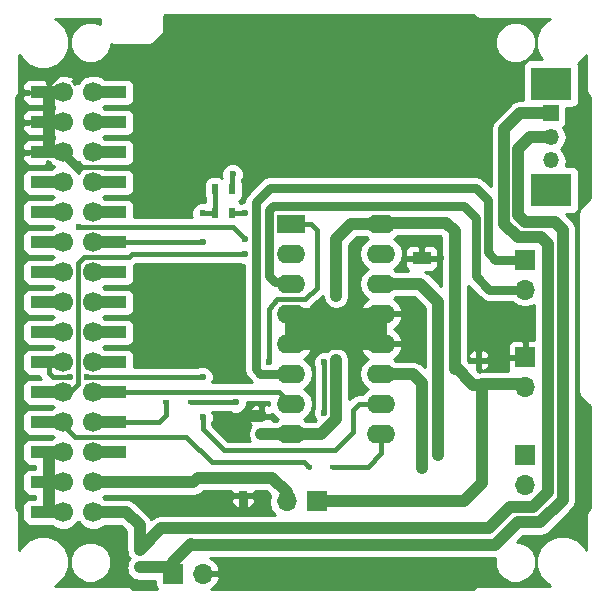
<source format=gtl>
G04 #@! TF.FileFunction,Copper,L1,Top,Signal*
%FSLAX46Y46*%
G04 Gerber Fmt 4.6, Leading zero omitted, Abs format (unit mm)*
G04 Created by KiCad (PCBNEW 4.0.7) date 09/04/18 00:29:55*
%MOMM*%
%LPD*%
G01*
G04 APERTURE LIST*
%ADD10C,0.100000*%
%ADD11R,0.750000X0.800000*%
%ADD12R,1.700000X1.700000*%
%ADD13O,1.700000X1.700000*%
%ADD14R,1.600000X1.000000*%
%ADD15R,2.400000X1.600000*%
%ADD16O,2.400000X1.600000*%
%ADD17R,0.900000X0.500000*%
%ADD18R,3.500000X2.800000*%
%ADD19R,1.350000X1.350000*%
%ADD20O,1.350000X1.350000*%
%ADD21R,0.450000X0.600000*%
%ADD22R,0.600000X0.450000*%
%ADD23R,0.500000X0.900000*%
%ADD24R,3.150000X1.000000*%
%ADD25C,0.800000*%
%ADD26C,1.700000*%
%ADD27C,0.600000*%
%ADD28C,1.000000*%
%ADD29C,0.400000*%
%ADD30C,0.750000*%
%ADD31C,0.250000*%
%ADD32C,0.254000*%
G04 APERTURE END LIST*
D10*
D11*
X123939000Y-124352000D03*
X123939000Y-122852000D03*
D12*
X118000000Y-131000000D03*
D13*
X120540000Y-131000000D03*
D14*
X139052000Y-101274000D03*
X139052000Y-104274000D03*
D12*
X147815000Y-112680000D03*
D13*
X147815000Y-115220000D03*
D15*
X128003000Y-101377000D03*
D16*
X135623000Y-119157000D03*
X128003000Y-103917000D03*
X135623000Y-116617000D03*
X128003000Y-106457000D03*
X135623000Y-114077000D03*
X128003000Y-108997000D03*
X135623000Y-111537000D03*
X128003000Y-111537000D03*
X135623000Y-108997000D03*
X128003000Y-114077000D03*
X135623000Y-106457000D03*
X128003000Y-116617000D03*
X135623000Y-103917000D03*
X128003000Y-119157000D03*
X135623000Y-101377000D03*
D12*
X147815000Y-120935000D03*
D13*
X147815000Y-123475000D03*
D12*
X147815000Y-104425000D03*
D13*
X147815000Y-106965000D03*
D11*
X125488400Y-117670400D03*
X125488400Y-119170400D03*
D17*
X115176000Y-128948000D03*
X115176000Y-130448000D03*
D18*
X150000000Y-98500000D03*
D19*
X150000000Y-92000000D03*
D20*
X150000000Y-94000000D03*
X150000000Y-96000000D03*
D18*
X150000000Y-89500000D03*
D21*
X143878000Y-115000000D03*
X143878000Y-112900000D03*
D22*
X117428000Y-116490000D03*
X119528000Y-116490000D03*
X129493000Y-121951000D03*
X131593000Y-121951000D03*
D23*
X123038000Y-100488000D03*
X121538000Y-100488000D03*
X123038000Y-98456000D03*
X121538000Y-98456000D03*
D12*
X130162000Y-124872000D03*
D13*
X127622000Y-124872000D03*
D24*
X107475000Y-90220000D03*
X107475000Y-102920000D03*
X107475000Y-100380000D03*
X107475000Y-97840000D03*
X107475000Y-95300000D03*
X107475000Y-92760000D03*
D25*
X106825000Y-90220000D03*
D24*
X112525000Y-90220000D03*
X112525000Y-92760000D03*
X112525000Y-95300000D03*
X112525000Y-97840000D03*
X112525000Y-100380000D03*
X112525000Y-102920000D03*
X107475000Y-105460000D03*
X112525000Y-105460000D03*
X107475000Y-108000000D03*
X112525000Y-108000000D03*
X107475000Y-110540000D03*
X112525000Y-110540000D03*
X107475000Y-113080000D03*
X112525000Y-113080000D03*
X107475000Y-115620000D03*
X112525000Y-115620000D03*
X107475000Y-118160000D03*
X112525000Y-118160000D03*
X107475000Y-120700000D03*
X112525000Y-120700000D03*
X107475000Y-123240000D03*
X112525000Y-123240000D03*
X107475000Y-125780000D03*
X112525000Y-125780000D03*
D25*
X106825000Y-92760000D03*
X106825000Y-95300000D03*
X106825000Y-97840000D03*
X106825000Y-100380000D03*
X106825000Y-102920000D03*
X106825000Y-105460000D03*
X106825000Y-108000000D03*
X106825000Y-110540000D03*
X106825000Y-113080000D03*
X106825000Y-115620000D03*
X106825000Y-118160000D03*
X106825000Y-120700000D03*
X106825000Y-123240000D03*
X106825000Y-125780000D03*
X113175000Y-90220000D03*
X113175000Y-92760000D03*
X113175000Y-95300000D03*
X113175000Y-97840000D03*
X113175000Y-100380000D03*
X113175000Y-102920000D03*
X113175000Y-105460000D03*
X113175000Y-108000000D03*
X113175000Y-110540000D03*
X113175000Y-113080000D03*
X113175000Y-115620000D03*
X113175000Y-118160000D03*
X113175000Y-120700000D03*
X113175000Y-123240000D03*
X113175000Y-125780000D03*
D26*
X108730000Y-90220000D03*
X111270000Y-90220000D03*
X108730000Y-92760000D03*
X111270000Y-92760000D03*
X108730000Y-95300000D03*
X111270000Y-95300000D03*
X108730000Y-97840000D03*
X111270000Y-97840000D03*
X108730000Y-100380000D03*
X111270000Y-100380000D03*
X108730000Y-102920000D03*
X111270000Y-102920000D03*
X108730000Y-105460000D03*
X111270000Y-105460000D03*
X108730000Y-108000000D03*
X111270000Y-108000000D03*
X108730000Y-110540000D03*
X111270000Y-110540000D03*
X108730000Y-113080000D03*
X111270000Y-113080000D03*
X108730000Y-115620000D03*
X111270000Y-115620000D03*
X108730000Y-118160000D03*
X111270000Y-118160000D03*
X108730000Y-120700000D03*
X111270000Y-120700000D03*
X108730000Y-123240000D03*
X111270000Y-123240000D03*
X108730000Y-125780000D03*
X111270000Y-125780000D03*
D27*
X118732000Y-92995000D03*
X118681200Y-89845400D03*
X118732000Y-96043000D03*
X121000000Y-96000000D03*
X121000000Y-93000000D03*
X121000000Y-90000000D03*
X129000000Y-131000000D03*
X133000000Y-131000000D03*
X138000000Y-131000000D03*
X142000000Y-131000000D03*
X123558000Y-112045000D03*
X121000000Y-112000000D03*
X118000000Y-112000000D03*
X123558000Y-105949000D03*
X123558000Y-108997000D03*
X121000000Y-106000000D03*
X118000000Y-106000000D03*
X118000000Y-109000000D03*
X121000000Y-109000000D03*
X140703000Y-104298000D03*
X136000000Y-96000000D03*
X136000000Y-93000000D03*
X136000000Y-90000000D03*
X132000000Y-90000000D03*
X132000000Y-93000000D03*
X132000000Y-96000000D03*
X129000000Y-96000000D03*
X129000000Y-93000000D03*
X129000000Y-90000000D03*
X125000000Y-90000000D03*
X125000000Y-93000000D03*
X125000000Y-96000000D03*
X140000000Y-90000000D03*
X140000000Y-93000000D03*
X140000000Y-96000000D03*
X124269200Y-117658400D03*
X124000000Y-125500000D03*
X131813000Y-112934000D03*
X131813000Y-107473000D03*
X120510000Y-117760000D03*
X110731000Y-114331000D03*
X120510000Y-114331000D03*
X109257800Y-114331000D03*
X124116800Y-103891600D03*
X139052000Y-122078000D03*
X140449000Y-120935000D03*
X124066000Y-102647000D03*
X110019800Y-101631000D03*
X124066000Y-100488000D03*
X126098000Y-113035600D03*
X123304000Y-116490000D03*
X130797000Y-113061000D03*
X130797000Y-117379000D03*
X123050000Y-97186000D03*
X120510000Y-102901000D03*
X120510000Y-100488000D03*
D28*
X107475000Y-90220000D02*
X107475000Y-92760000D01*
X107475000Y-92760000D02*
X107475000Y-95300000D01*
D29*
X118224000Y-96576400D02*
X109867400Y-96576400D01*
X118732000Y-96043000D02*
X118224000Y-96576400D01*
D30*
X109867400Y-96576400D02*
X108591000Y-95300000D01*
X108591000Y-95300000D02*
X107475000Y-95300000D01*
D29*
X118732000Y-96043000D02*
X118732000Y-92995000D01*
D28*
X107475000Y-95300000D02*
X108718000Y-95300000D01*
D29*
X107475000Y-92760000D02*
X105251000Y-92760000D01*
X105251000Y-92760000D02*
X104889000Y-93122000D01*
X104889000Y-93122000D02*
X104889000Y-95027000D01*
X104889000Y-95027000D02*
X105162000Y-95300000D01*
X105162000Y-95300000D02*
X107475000Y-95300000D01*
X107475000Y-90220000D02*
X107475000Y-89525000D01*
X107475000Y-89525000D02*
X109000000Y-88000000D01*
X121000000Y-93000000D02*
X121000000Y-96000000D01*
X109000000Y-88000000D02*
X119000000Y-88000000D01*
X119000000Y-88000000D02*
X121000000Y-90000000D01*
D28*
X147595000Y-112900000D02*
X147815000Y-112680000D01*
D31*
X142000000Y-131000000D02*
X138000000Y-131000000D01*
X129000000Y-131000000D02*
X133000000Y-131000000D01*
X123558000Y-108997000D02*
X123558000Y-112045000D01*
X118000000Y-109000000D02*
X118000000Y-112000000D01*
X121000000Y-109000000D02*
X123558000Y-108997000D01*
X121000000Y-109000000D02*
X118000000Y-109000000D01*
X140679000Y-104274000D02*
X140703000Y-104298000D01*
X140679000Y-104274000D02*
X139052000Y-104274000D01*
D29*
X136000000Y-93000000D02*
X136000000Y-96000000D01*
X132000000Y-90000000D02*
X136000000Y-90000000D01*
X132000000Y-96000000D02*
X132000000Y-93000000D01*
X129000000Y-93000000D02*
X129000000Y-96000000D01*
X125000000Y-90000000D02*
X129000000Y-90000000D01*
X125000000Y-96000000D02*
X125000000Y-93000000D01*
D31*
X140000000Y-96000000D02*
X140000000Y-93000000D01*
D28*
X125488400Y-117670400D02*
X124281200Y-117670400D01*
X124281200Y-117670400D02*
X124269200Y-117658400D01*
X128003000Y-108997000D02*
X128003000Y-111537000D01*
D30*
X123939000Y-124352000D02*
X123939000Y-125439000D01*
X123939000Y-125439000D02*
X124000000Y-125500000D01*
D28*
X135623000Y-108997000D02*
X135623000Y-109124000D01*
X135623000Y-109124000D02*
X134988000Y-109759000D01*
X134988000Y-109759000D02*
X129146000Y-109759000D01*
X129146000Y-109759000D02*
X128638000Y-110267000D01*
X128003000Y-108997000D02*
X135623000Y-108997000D01*
X128003000Y-108997000D02*
X128003000Y-109632000D01*
X128003000Y-109632000D02*
X128638000Y-110267000D01*
X128638000Y-110267000D02*
X135623000Y-110267000D01*
X135623000Y-108997000D02*
X135623000Y-110267000D01*
X135623000Y-110267000D02*
X135623000Y-111537000D01*
X135623000Y-111537000D02*
X134861000Y-110775000D01*
X134861000Y-110775000D02*
X128765000Y-110775000D01*
X128765000Y-110775000D02*
X128003000Y-111537000D01*
X135623000Y-111537000D02*
X128003000Y-111537000D01*
D31*
X107475000Y-90220000D02*
X107780000Y-90220000D01*
D28*
X123939000Y-122852000D02*
X126364000Y-122852000D01*
X126364000Y-122852000D02*
X127622000Y-124110000D01*
X127622000Y-124110000D02*
X127622000Y-124872000D01*
X123939000Y-122852000D02*
X120117000Y-122852000D01*
X119729000Y-123240000D02*
X112525000Y-123240000D01*
X120117000Y-122852000D02*
X119729000Y-123240000D01*
X107475000Y-123240000D02*
X107475000Y-125780000D01*
X107475000Y-120700000D02*
X107475000Y-123240000D01*
X146037000Y-101377000D02*
X146037000Y-93376000D01*
X149720000Y-124110000D02*
X149720000Y-103065002D01*
X115176000Y-128948000D02*
X116966000Y-127158000D01*
X116966000Y-127158000D02*
X144640000Y-127158000D01*
X146545000Y-125380000D02*
X148450000Y-125380000D01*
X148450000Y-125380000D02*
X149720000Y-124110000D01*
X144767000Y-127158000D02*
X146545000Y-125380000D01*
X144640000Y-127158000D02*
X144767000Y-127158000D01*
X147180000Y-102520000D02*
X146037000Y-101377000D01*
X149174998Y-102520000D02*
X147180000Y-102520000D01*
X149720000Y-103065002D02*
X149174998Y-102520000D01*
X147413000Y-92000000D02*
X150000000Y-92000000D01*
X146037000Y-93376000D02*
X147413000Y-92000000D01*
X115176000Y-128948000D02*
X115176000Y-126904000D01*
X115176000Y-126904000D02*
X114052000Y-125780000D01*
X114052000Y-125780000D02*
X112525000Y-125780000D01*
X143878000Y-115000000D02*
X143404000Y-115000000D01*
X143404000Y-115000000D02*
X141846000Y-113442000D01*
X139052000Y-101274000D02*
X141108000Y-101274000D01*
X141846000Y-102012000D02*
X141846000Y-113442000D01*
X141846000Y-113442000D02*
X141846000Y-113696000D01*
X141108000Y-101274000D02*
X141846000Y-102012000D01*
X147561000Y-114966000D02*
X144132000Y-114966000D01*
X142608000Y-124872000D02*
X144132000Y-123348000D01*
X142608000Y-124872000D02*
X130162000Y-124872000D01*
X144132000Y-123348000D02*
X144132000Y-115220000D01*
X144132000Y-115220000D02*
X144132000Y-114966000D01*
X147561000Y-114966000D02*
X147815000Y-115220000D01*
X128003000Y-119157000D02*
X125501800Y-119157000D01*
X125501800Y-119157000D02*
X125488400Y-119170400D01*
X135623000Y-101377000D02*
X133083000Y-101377000D01*
X130543000Y-119157000D02*
X131813000Y-117887000D01*
X131813000Y-117887000D02*
X131813000Y-112934000D01*
X130543000Y-119157000D02*
X128003000Y-119157000D01*
X131813000Y-102647000D02*
X131813000Y-107473000D01*
X133083000Y-101377000D02*
X131813000Y-102647000D01*
X139052000Y-101274000D02*
X135726000Y-101274000D01*
X135726000Y-101274000D02*
X135623000Y-101377000D01*
D29*
X117428000Y-116490000D02*
X117428000Y-117540000D01*
X116808000Y-118160000D02*
X112525000Y-118160000D01*
X117428000Y-117540000D02*
X116808000Y-118160000D01*
D31*
X112531400Y-118166400D02*
X112525000Y-118160000D01*
D29*
X122288000Y-120554000D02*
X131686000Y-120554000D01*
X120510000Y-118776000D02*
X122288000Y-120554000D01*
X107475000Y-113080000D02*
X107475000Y-113996000D01*
X110731000Y-114331000D02*
X120510000Y-114331000D01*
X107475000Y-113996000D02*
X107810000Y-114331000D01*
X107810000Y-114331000D02*
X109257800Y-114331000D01*
X120510000Y-117760000D02*
X120510000Y-118776000D01*
X133718000Y-116617000D02*
X135623000Y-116617000D01*
X133210000Y-117125000D02*
X133718000Y-116617000D01*
X133210000Y-119030000D02*
X133210000Y-117125000D01*
X131686000Y-120554000D02*
X133210000Y-119030000D01*
X114566400Y-103891600D02*
X114566400Y-103917000D01*
X124116800Y-103891600D02*
X114566400Y-103891600D01*
X109994400Y-114915200D02*
X109289600Y-115620000D01*
X109994400Y-104653600D02*
X109994400Y-114915200D01*
X110451600Y-104196400D02*
X109994400Y-104653600D01*
X114287000Y-104196400D02*
X110451600Y-104196400D01*
X114566400Y-103917000D02*
X114287000Y-104196400D01*
X109289600Y-115620000D02*
X107475000Y-115620000D01*
X121272000Y-121570000D02*
X129112000Y-121570000D01*
X108464000Y-118160000D02*
X109715000Y-119411000D01*
X109715000Y-119411000D02*
X119113000Y-119411000D01*
X119113000Y-119411000D02*
X121272000Y-121570000D01*
X129112000Y-121570000D02*
X129493000Y-121951000D01*
D31*
X107475000Y-118160000D02*
X108464000Y-118160000D01*
D30*
X126469202Y-99853000D02*
X142608000Y-99853000D01*
X126469202Y-99853000D02*
X126098000Y-100224202D01*
X126098000Y-100224202D02*
X126098000Y-105822000D01*
X126098000Y-105822000D02*
X126606000Y-106330000D01*
X127876000Y-106330000D02*
X126606000Y-106330000D01*
X144767000Y-106965000D02*
X147815000Y-106965000D01*
X143624000Y-105822000D02*
X144767000Y-106965000D01*
X143624000Y-100869000D02*
X143624000Y-105822000D01*
X142608000Y-99853000D02*
X143624000Y-100869000D01*
X127876000Y-106330000D02*
X128003000Y-106457000D01*
D28*
X138290000Y-114077000D02*
X139052000Y-114839000D01*
X139052000Y-114839000D02*
X139052000Y-122078000D01*
X138290000Y-114077000D02*
X135623000Y-114077000D01*
D30*
X126199600Y-98354400D02*
X143649400Y-98354400D01*
X126199600Y-98354400D02*
X125031200Y-99522800D01*
X125031200Y-99522800D02*
X125031200Y-113696000D01*
X125031200Y-113696000D02*
X125412200Y-114077000D01*
X128003000Y-114077000D02*
X125412200Y-114077000D01*
X145275000Y-104425000D02*
X147815000Y-104425000D01*
X144640000Y-103790000D02*
X145275000Y-104425000D01*
X144640000Y-99345000D02*
X144640000Y-103790000D01*
X143649400Y-98354400D02*
X144640000Y-99345000D01*
D28*
X140449000Y-120935000D02*
X140449000Y-107981000D01*
X138925000Y-106457000D02*
X135623000Y-106457000D01*
X140449000Y-107981000D02*
X138925000Y-106457000D01*
D29*
X112525000Y-115620000D02*
X127006000Y-115620000D01*
X127006000Y-115620000D02*
X128003000Y-116617000D01*
X123050000Y-101631000D02*
X110019800Y-101631000D01*
X124066000Y-102647000D02*
X123050000Y-101631000D01*
D28*
X147815000Y-101250000D02*
X147815000Y-101212998D01*
X149085000Y-126650000D02*
X150990000Y-124745000D01*
X145275000Y-128530500D02*
X145299500Y-128530500D01*
X145299500Y-128530500D02*
X147180000Y-126650000D01*
X119469500Y-128530500D02*
X145275000Y-128530500D01*
X147180000Y-126650000D02*
X149085000Y-126650000D01*
X150990000Y-101885000D02*
X150990000Y-124745000D01*
X150355000Y-101250000D02*
X150990000Y-101885000D01*
X147815000Y-101250000D02*
X150355000Y-101250000D01*
X148207000Y-94000000D02*
X150000000Y-94000000D01*
X147217002Y-94989998D02*
X148207000Y-94000000D01*
X147217002Y-100615000D02*
X147217002Y-94989998D01*
X147815000Y-101212998D02*
X147217002Y-100615000D01*
X118000000Y-131000000D02*
X118000000Y-130000000D01*
X118000000Y-130000000D02*
X119469500Y-128530500D01*
X119469500Y-128530500D02*
X119500000Y-128500000D01*
X115176000Y-130448000D02*
X117448000Y-130448000D01*
X117448000Y-130448000D02*
X118000000Y-131000000D01*
D29*
X124066000Y-100488000D02*
X123038000Y-100488000D01*
X119528000Y-116490000D02*
X123304000Y-116490000D01*
X129679400Y-101377000D02*
X128003000Y-101377000D01*
X129679400Y-101377000D02*
X130162000Y-101859600D01*
X130162000Y-101859600D02*
X130162000Y-106838000D01*
X130162000Y-106838000D02*
X129146000Y-107727000D01*
X129146000Y-107727000D02*
X126809200Y-107727000D01*
X126809200Y-107727000D02*
X126098000Y-108565200D01*
X126098000Y-108565200D02*
X126098000Y-113035600D01*
X130797000Y-117379000D02*
X130797000Y-113061000D01*
X123038000Y-97198000D02*
X123038000Y-98456000D01*
X123050000Y-97186000D02*
X123038000Y-97198000D01*
X131593000Y-121951000D02*
X134480000Y-121951000D01*
X135623000Y-120808000D02*
X135623000Y-119157000D01*
X134480000Y-121951000D02*
X135623000Y-120808000D01*
X121538000Y-98456000D02*
X121538000Y-100488000D01*
X121538000Y-100488000D02*
X120510000Y-100488000D01*
X120491000Y-102920000D02*
X112525000Y-102920000D01*
X120510000Y-102901000D02*
X120491000Y-102920000D01*
D32*
G36*
X143497954Y-83802046D02*
X143728295Y-83955954D01*
X144000000Y-84010000D01*
X149963500Y-84010000D01*
X149735628Y-84104155D01*
X149106364Y-84732321D01*
X148765389Y-85553481D01*
X148764613Y-86442619D01*
X149104155Y-87264372D01*
X149292015Y-87452560D01*
X148250000Y-87452560D01*
X148014683Y-87496838D01*
X147798559Y-87635910D01*
X147653569Y-87848110D01*
X147602560Y-88100000D01*
X147602560Y-90865000D01*
X147413000Y-90865000D01*
X146978654Y-90951397D01*
X146649335Y-91171441D01*
X146610434Y-91197434D01*
X145234434Y-92573434D01*
X144988397Y-92941654D01*
X144902000Y-93376000D01*
X144902000Y-98178644D01*
X144363578Y-97640222D01*
X144035910Y-97421282D01*
X143649400Y-97344400D01*
X126199600Y-97344400D01*
X125813090Y-97421282D01*
X125485422Y-97640222D01*
X124317022Y-98808622D01*
X124098082Y-99136290D01*
X124021200Y-99522800D01*
X124021200Y-99552960D01*
X123880833Y-99552838D01*
X123761989Y-99601943D01*
X123752090Y-99586559D01*
X123582798Y-99470887D01*
X123739441Y-99370090D01*
X123884431Y-99157890D01*
X123935440Y-98906000D01*
X123935440Y-98006000D01*
X123891162Y-97770683D01*
X123873000Y-97742458D01*
X123873000Y-97642133D01*
X123984838Y-97372799D01*
X123985162Y-97000833D01*
X123843117Y-96657057D01*
X123580327Y-96393808D01*
X123236799Y-96251162D01*
X122864833Y-96250838D01*
X122521057Y-96392883D01*
X122257808Y-96655673D01*
X122115162Y-96999201D01*
X122114838Y-97371167D01*
X122166430Y-97496030D01*
X122039890Y-97409569D01*
X121788000Y-97358560D01*
X121288000Y-97358560D01*
X121052683Y-97402838D01*
X120836559Y-97541910D01*
X120691569Y-97754110D01*
X120640560Y-98006000D01*
X120640560Y-98906000D01*
X120684838Y-99141317D01*
X120703000Y-99169542D01*
X120703000Y-99555737D01*
X120696799Y-99553162D01*
X120324833Y-99552838D01*
X119981057Y-99694883D01*
X119717808Y-99957673D01*
X119575162Y-100301201D01*
X119574838Y-100673167D01*
X119625591Y-100796000D01*
X114747440Y-100796000D01*
X114747440Y-99880000D01*
X114703162Y-99644683D01*
X114564090Y-99428559D01*
X114351890Y-99283569D01*
X114100000Y-99232560D01*
X112222838Y-99232560D01*
X112112283Y-99121812D01*
X112084443Y-99110252D01*
X112110086Y-99099656D01*
X112222498Y-98987440D01*
X114100000Y-98987440D01*
X114335317Y-98943162D01*
X114551441Y-98804090D01*
X114696431Y-98591890D01*
X114747440Y-98340000D01*
X114747440Y-97340000D01*
X114703162Y-97104683D01*
X114564090Y-96888559D01*
X114351890Y-96743569D01*
X114100000Y-96692560D01*
X112222838Y-96692560D01*
X112112283Y-96581812D01*
X112084443Y-96570252D01*
X112110086Y-96559656D01*
X112222498Y-96447440D01*
X114100000Y-96447440D01*
X114335317Y-96403162D01*
X114551441Y-96264090D01*
X114696431Y-96051890D01*
X114747440Y-95800000D01*
X114747440Y-94800000D01*
X114703162Y-94564683D01*
X114564090Y-94348559D01*
X114351890Y-94203569D01*
X114100000Y-94152560D01*
X112222838Y-94152560D01*
X112112283Y-94041812D01*
X112084443Y-94030252D01*
X112110086Y-94019656D01*
X112222498Y-93907440D01*
X114100000Y-93907440D01*
X114335317Y-93863162D01*
X114551441Y-93724090D01*
X114696431Y-93511890D01*
X114747440Y-93260000D01*
X114747440Y-92260000D01*
X114703162Y-92024683D01*
X114564090Y-91808559D01*
X114351890Y-91663569D01*
X114100000Y-91612560D01*
X112222838Y-91612560D01*
X112112283Y-91501812D01*
X112084443Y-91490252D01*
X112110086Y-91479656D01*
X112222498Y-91367440D01*
X114100000Y-91367440D01*
X114335317Y-91323162D01*
X114551441Y-91184090D01*
X114696431Y-90971890D01*
X114747440Y-90720000D01*
X114747440Y-89720000D01*
X114703162Y-89484683D01*
X114564090Y-89268559D01*
X114351890Y-89123569D01*
X114100000Y-89072560D01*
X112222838Y-89072560D01*
X112112283Y-88961812D01*
X111566681Y-88735258D01*
X110975911Y-88734743D01*
X110429914Y-88960344D01*
X110011812Y-89377717D01*
X109992049Y-89425312D01*
X109773958Y-89355647D01*
X109641334Y-89488271D01*
X109588327Y-89360301D01*
X109499210Y-89271185D01*
X109594353Y-89176042D01*
X109514080Y-88924741D01*
X108958721Y-88723282D01*
X108368542Y-88749685D01*
X107945920Y-88924741D01*
X107894729Y-89085000D01*
X107760750Y-89085000D01*
X107602000Y-89243750D01*
X107602000Y-89382493D01*
X107506778Y-89412910D01*
X107479630Y-89385762D01*
X107362745Y-89502647D01*
X107348000Y-89380483D01*
X107348000Y-89243750D01*
X107189250Y-89085000D01*
X105773691Y-89085000D01*
X105540302Y-89181673D01*
X105361673Y-89360301D01*
X105265000Y-89593690D01*
X105265000Y-89934250D01*
X105423750Y-90093000D01*
X105778600Y-90093000D01*
X105776691Y-90098931D01*
X105796921Y-90347000D01*
X105423750Y-90347000D01*
X105265000Y-90505750D01*
X105265000Y-90846310D01*
X105361673Y-91079699D01*
X105540302Y-91258327D01*
X105773691Y-91355000D01*
X107189250Y-91355000D01*
X107348000Y-91196250D01*
X107348000Y-91059517D01*
X107362745Y-90937353D01*
X107479630Y-91054238D01*
X107506778Y-91027090D01*
X107602000Y-91057507D01*
X107602000Y-91196250D01*
X107760750Y-91355000D01*
X107894729Y-91355000D01*
X107937852Y-91490000D01*
X107894729Y-91625000D01*
X107760750Y-91625000D01*
X107602000Y-91783750D01*
X107602000Y-91922493D01*
X107506778Y-91952910D01*
X107479630Y-91925762D01*
X107362745Y-92042647D01*
X107348000Y-91920483D01*
X107348000Y-91783750D01*
X107189250Y-91625000D01*
X105773691Y-91625000D01*
X105540302Y-91721673D01*
X105361673Y-91900301D01*
X105265000Y-92133690D01*
X105265000Y-92474250D01*
X105423750Y-92633000D01*
X105778600Y-92633000D01*
X105776691Y-92638931D01*
X105796921Y-92887000D01*
X105423750Y-92887000D01*
X105265000Y-93045750D01*
X105265000Y-93386310D01*
X105361673Y-93619699D01*
X105540302Y-93798327D01*
X105773691Y-93895000D01*
X107189250Y-93895000D01*
X107348000Y-93736250D01*
X107348000Y-93599517D01*
X107362745Y-93477353D01*
X107479630Y-93594238D01*
X107506778Y-93567090D01*
X107602000Y-93597507D01*
X107602000Y-93736250D01*
X107760750Y-93895000D01*
X107894729Y-93895000D01*
X107937852Y-94030000D01*
X107894729Y-94165000D01*
X107760750Y-94165000D01*
X107602000Y-94323750D01*
X107602000Y-94462493D01*
X107506778Y-94492910D01*
X107479630Y-94465762D01*
X107362745Y-94582647D01*
X107348000Y-94460483D01*
X107348000Y-94323750D01*
X107189250Y-94165000D01*
X105773691Y-94165000D01*
X105540302Y-94261673D01*
X105361673Y-94440301D01*
X105265000Y-94673690D01*
X105265000Y-95014250D01*
X105423750Y-95173000D01*
X105778600Y-95173000D01*
X105776691Y-95178931D01*
X105796921Y-95427000D01*
X105423750Y-95427000D01*
X105265000Y-95585750D01*
X105265000Y-95926310D01*
X105361673Y-96159699D01*
X105540302Y-96338327D01*
X105773691Y-96435000D01*
X107189250Y-96435000D01*
X107348000Y-96276250D01*
X107348000Y-96139517D01*
X107362745Y-96017353D01*
X107479630Y-96134238D01*
X107506778Y-96107090D01*
X107602000Y-96137507D01*
X107602000Y-96276250D01*
X107760750Y-96435000D01*
X107894729Y-96435000D01*
X107935181Y-96561640D01*
X107889914Y-96580344D01*
X107777502Y-96692560D01*
X105900000Y-96692560D01*
X105664683Y-96736838D01*
X105448559Y-96875910D01*
X105303569Y-97088110D01*
X105252560Y-97340000D01*
X105252560Y-98340000D01*
X105296838Y-98575317D01*
X105435910Y-98791441D01*
X105648110Y-98936431D01*
X105900000Y-98987440D01*
X107777162Y-98987440D01*
X107887717Y-99098188D01*
X107915557Y-99109748D01*
X107889914Y-99120344D01*
X107777502Y-99232560D01*
X105900000Y-99232560D01*
X105664683Y-99276838D01*
X105448559Y-99415910D01*
X105303569Y-99628110D01*
X105252560Y-99880000D01*
X105252560Y-100880000D01*
X105296838Y-101115317D01*
X105435910Y-101331441D01*
X105648110Y-101476431D01*
X105900000Y-101527440D01*
X107777162Y-101527440D01*
X107887717Y-101638188D01*
X107915557Y-101649748D01*
X107889914Y-101660344D01*
X107777502Y-101772560D01*
X105900000Y-101772560D01*
X105664683Y-101816838D01*
X105448559Y-101955910D01*
X105303569Y-102168110D01*
X105252560Y-102420000D01*
X105252560Y-103420000D01*
X105296838Y-103655317D01*
X105435910Y-103871441D01*
X105648110Y-104016431D01*
X105900000Y-104067440D01*
X107777162Y-104067440D01*
X107887717Y-104178188D01*
X107915557Y-104189748D01*
X107889914Y-104200344D01*
X107777502Y-104312560D01*
X105900000Y-104312560D01*
X105664683Y-104356838D01*
X105448559Y-104495910D01*
X105303569Y-104708110D01*
X105252560Y-104960000D01*
X105252560Y-105960000D01*
X105296838Y-106195317D01*
X105435910Y-106411441D01*
X105648110Y-106556431D01*
X105900000Y-106607440D01*
X107777162Y-106607440D01*
X107887717Y-106718188D01*
X107915557Y-106729748D01*
X107889914Y-106740344D01*
X107777502Y-106852560D01*
X105900000Y-106852560D01*
X105664683Y-106896838D01*
X105448559Y-107035910D01*
X105303569Y-107248110D01*
X105252560Y-107500000D01*
X105252560Y-108500000D01*
X105296838Y-108735317D01*
X105435910Y-108951441D01*
X105648110Y-109096431D01*
X105900000Y-109147440D01*
X107777162Y-109147440D01*
X107887717Y-109258188D01*
X107915557Y-109269748D01*
X107889914Y-109280344D01*
X107777502Y-109392560D01*
X105900000Y-109392560D01*
X105664683Y-109436838D01*
X105448559Y-109575910D01*
X105303569Y-109788110D01*
X105252560Y-110040000D01*
X105252560Y-111040000D01*
X105296838Y-111275317D01*
X105435910Y-111491441D01*
X105648110Y-111636431D01*
X105900000Y-111687440D01*
X107777162Y-111687440D01*
X107887717Y-111798188D01*
X107915557Y-111809748D01*
X107889914Y-111820344D01*
X107777502Y-111932560D01*
X105900000Y-111932560D01*
X105664683Y-111976838D01*
X105448559Y-112115910D01*
X105303569Y-112328110D01*
X105252560Y-112580000D01*
X105252560Y-113580000D01*
X105296838Y-113815317D01*
X105435910Y-114031441D01*
X105648110Y-114176431D01*
X105900000Y-114227440D01*
X106686037Y-114227440D01*
X106703561Y-114315541D01*
X106808478Y-114472560D01*
X105900000Y-114472560D01*
X105664683Y-114516838D01*
X105448559Y-114655910D01*
X105303569Y-114868110D01*
X105252560Y-115120000D01*
X105252560Y-116120000D01*
X105296838Y-116355317D01*
X105435910Y-116571441D01*
X105648110Y-116716431D01*
X105900000Y-116767440D01*
X107777162Y-116767440D01*
X107887717Y-116878188D01*
X107915557Y-116889748D01*
X107889914Y-116900344D01*
X107777502Y-117012560D01*
X105900000Y-117012560D01*
X105664683Y-117056838D01*
X105448559Y-117195910D01*
X105303569Y-117408110D01*
X105252560Y-117660000D01*
X105252560Y-118660000D01*
X105296838Y-118895317D01*
X105435910Y-119111441D01*
X105648110Y-119256431D01*
X105900000Y-119307440D01*
X107777162Y-119307440D01*
X107887717Y-119418188D01*
X107915557Y-119429748D01*
X107889914Y-119440344D01*
X107777502Y-119552560D01*
X105900000Y-119552560D01*
X105664683Y-119596838D01*
X105448559Y-119735910D01*
X105303569Y-119948110D01*
X105252560Y-120200000D01*
X105252560Y-121200000D01*
X105296838Y-121435317D01*
X105435910Y-121651441D01*
X105648110Y-121796431D01*
X105900000Y-121847440D01*
X106340000Y-121847440D01*
X106340000Y-122092560D01*
X105900000Y-122092560D01*
X105664683Y-122136838D01*
X105448559Y-122275910D01*
X105303569Y-122488110D01*
X105252560Y-122740000D01*
X105252560Y-123740000D01*
X105296838Y-123975317D01*
X105435910Y-124191441D01*
X105648110Y-124336431D01*
X105900000Y-124387440D01*
X106340000Y-124387440D01*
X106340000Y-124632560D01*
X105900000Y-124632560D01*
X105664683Y-124676838D01*
X105448559Y-124815910D01*
X105303569Y-125028110D01*
X105252560Y-125280000D01*
X105252560Y-126280000D01*
X105296838Y-126515317D01*
X105435910Y-126731441D01*
X105648110Y-126876431D01*
X105900000Y-126927440D01*
X107777162Y-126927440D01*
X107887717Y-127038188D01*
X108433319Y-127264742D01*
X109024089Y-127265257D01*
X109570086Y-127039656D01*
X109988188Y-126622283D01*
X109999748Y-126594443D01*
X110010344Y-126620086D01*
X110427717Y-127038188D01*
X110973319Y-127264742D01*
X111564089Y-127265257D01*
X112110086Y-127039656D01*
X112222498Y-126927440D01*
X113594308Y-126927440D01*
X114041000Y-127374132D01*
X114041000Y-128948000D01*
X114078560Y-129136826D01*
X114078560Y-129198000D01*
X114122838Y-129433317D01*
X114261910Y-129649441D01*
X114331711Y-129697134D01*
X114274559Y-129733910D01*
X114129569Y-129946110D01*
X114078560Y-130198000D01*
X114078560Y-130259174D01*
X114041000Y-130448000D01*
X114078560Y-130636826D01*
X114078560Y-130698000D01*
X114122838Y-130933317D01*
X114261910Y-131149441D01*
X114342790Y-131204704D01*
X114373434Y-131250566D01*
X114741654Y-131496603D01*
X115176000Y-131583000D01*
X116502560Y-131583000D01*
X116502560Y-131850000D01*
X116546838Y-132085317D01*
X116678548Y-132290000D01*
X114594092Y-132290000D01*
X114502046Y-132197954D01*
X114271705Y-132044046D01*
X114000000Y-131990000D01*
X108036500Y-131990000D01*
X108264372Y-131895845D01*
X108893636Y-131267679D01*
X109234611Y-130446519D01*
X109234700Y-130343599D01*
X109264699Y-130343599D01*
X109528281Y-130981515D01*
X110015918Y-131470004D01*
X110653373Y-131734699D01*
X111343599Y-131735301D01*
X111981515Y-131471719D01*
X112470004Y-130984082D01*
X112734699Y-130346627D01*
X112735301Y-129656401D01*
X112471719Y-129018485D01*
X111984082Y-128529996D01*
X111346627Y-128265301D01*
X110656401Y-128264699D01*
X110018485Y-128528281D01*
X109529996Y-129015918D01*
X109265301Y-129653373D01*
X109264699Y-130343599D01*
X109234700Y-130343599D01*
X109235387Y-129557381D01*
X108895845Y-128735628D01*
X108267679Y-128106364D01*
X107446519Y-127765389D01*
X106557381Y-127764613D01*
X105735628Y-128104155D01*
X105106364Y-128732321D01*
X105010000Y-128964392D01*
X105010000Y-126000000D01*
X104955954Y-125728295D01*
X104802046Y-125497954D01*
X104710000Y-125405908D01*
X104710000Y-90594092D01*
X104802046Y-90502046D01*
X104955954Y-90271705D01*
X105010000Y-90000000D01*
X105010000Y-87036500D01*
X105104155Y-87264372D01*
X105732321Y-87893636D01*
X106553481Y-88234611D01*
X107442619Y-88235387D01*
X108264372Y-87895845D01*
X108893636Y-87267679D01*
X109234611Y-86446519D01*
X109235387Y-85557381D01*
X108895845Y-84735628D01*
X108267679Y-84106364D01*
X108035608Y-84010000D01*
X111790000Y-84010000D01*
X111790000Y-84449406D01*
X111346627Y-84265301D01*
X110656401Y-84264699D01*
X110018485Y-84528281D01*
X109529996Y-85015918D01*
X109265301Y-85653373D01*
X109264699Y-86343599D01*
X109528281Y-86981515D01*
X110015918Y-87470004D01*
X110653373Y-87734699D01*
X111343599Y-87735301D01*
X111981515Y-87471719D01*
X112470004Y-86984082D01*
X112734699Y-86346627D01*
X112734701Y-86343599D01*
X145264699Y-86343599D01*
X145528281Y-86981515D01*
X146015918Y-87470004D01*
X146653373Y-87734699D01*
X147343599Y-87735301D01*
X147981515Y-87471719D01*
X148470004Y-86984082D01*
X148734699Y-86346627D01*
X148735301Y-85656401D01*
X148471719Y-85018485D01*
X147984082Y-84529996D01*
X147346627Y-84265301D01*
X146656401Y-84264699D01*
X146018485Y-84528281D01*
X145529996Y-85015918D01*
X145265301Y-85653373D01*
X145264699Y-86343599D01*
X112734701Y-86343599D01*
X112734864Y-86157261D01*
X113000000Y-86210000D01*
X116000000Y-86210000D01*
X116271705Y-86155954D01*
X116502046Y-86002046D01*
X117002046Y-85502046D01*
X117155954Y-85271705D01*
X117210000Y-85000000D01*
X117210000Y-83794092D01*
X117294092Y-83710000D01*
X143405908Y-83710000D01*
X143497954Y-83802046D01*
X143497954Y-83802046D01*
G37*
X143497954Y-83802046D02*
X143728295Y-83955954D01*
X144000000Y-84010000D01*
X149963500Y-84010000D01*
X149735628Y-84104155D01*
X149106364Y-84732321D01*
X148765389Y-85553481D01*
X148764613Y-86442619D01*
X149104155Y-87264372D01*
X149292015Y-87452560D01*
X148250000Y-87452560D01*
X148014683Y-87496838D01*
X147798559Y-87635910D01*
X147653569Y-87848110D01*
X147602560Y-88100000D01*
X147602560Y-90865000D01*
X147413000Y-90865000D01*
X146978654Y-90951397D01*
X146649335Y-91171441D01*
X146610434Y-91197434D01*
X145234434Y-92573434D01*
X144988397Y-92941654D01*
X144902000Y-93376000D01*
X144902000Y-98178644D01*
X144363578Y-97640222D01*
X144035910Y-97421282D01*
X143649400Y-97344400D01*
X126199600Y-97344400D01*
X125813090Y-97421282D01*
X125485422Y-97640222D01*
X124317022Y-98808622D01*
X124098082Y-99136290D01*
X124021200Y-99522800D01*
X124021200Y-99552960D01*
X123880833Y-99552838D01*
X123761989Y-99601943D01*
X123752090Y-99586559D01*
X123582798Y-99470887D01*
X123739441Y-99370090D01*
X123884431Y-99157890D01*
X123935440Y-98906000D01*
X123935440Y-98006000D01*
X123891162Y-97770683D01*
X123873000Y-97742458D01*
X123873000Y-97642133D01*
X123984838Y-97372799D01*
X123985162Y-97000833D01*
X123843117Y-96657057D01*
X123580327Y-96393808D01*
X123236799Y-96251162D01*
X122864833Y-96250838D01*
X122521057Y-96392883D01*
X122257808Y-96655673D01*
X122115162Y-96999201D01*
X122114838Y-97371167D01*
X122166430Y-97496030D01*
X122039890Y-97409569D01*
X121788000Y-97358560D01*
X121288000Y-97358560D01*
X121052683Y-97402838D01*
X120836559Y-97541910D01*
X120691569Y-97754110D01*
X120640560Y-98006000D01*
X120640560Y-98906000D01*
X120684838Y-99141317D01*
X120703000Y-99169542D01*
X120703000Y-99555737D01*
X120696799Y-99553162D01*
X120324833Y-99552838D01*
X119981057Y-99694883D01*
X119717808Y-99957673D01*
X119575162Y-100301201D01*
X119574838Y-100673167D01*
X119625591Y-100796000D01*
X114747440Y-100796000D01*
X114747440Y-99880000D01*
X114703162Y-99644683D01*
X114564090Y-99428559D01*
X114351890Y-99283569D01*
X114100000Y-99232560D01*
X112222838Y-99232560D01*
X112112283Y-99121812D01*
X112084443Y-99110252D01*
X112110086Y-99099656D01*
X112222498Y-98987440D01*
X114100000Y-98987440D01*
X114335317Y-98943162D01*
X114551441Y-98804090D01*
X114696431Y-98591890D01*
X114747440Y-98340000D01*
X114747440Y-97340000D01*
X114703162Y-97104683D01*
X114564090Y-96888559D01*
X114351890Y-96743569D01*
X114100000Y-96692560D01*
X112222838Y-96692560D01*
X112112283Y-96581812D01*
X112084443Y-96570252D01*
X112110086Y-96559656D01*
X112222498Y-96447440D01*
X114100000Y-96447440D01*
X114335317Y-96403162D01*
X114551441Y-96264090D01*
X114696431Y-96051890D01*
X114747440Y-95800000D01*
X114747440Y-94800000D01*
X114703162Y-94564683D01*
X114564090Y-94348559D01*
X114351890Y-94203569D01*
X114100000Y-94152560D01*
X112222838Y-94152560D01*
X112112283Y-94041812D01*
X112084443Y-94030252D01*
X112110086Y-94019656D01*
X112222498Y-93907440D01*
X114100000Y-93907440D01*
X114335317Y-93863162D01*
X114551441Y-93724090D01*
X114696431Y-93511890D01*
X114747440Y-93260000D01*
X114747440Y-92260000D01*
X114703162Y-92024683D01*
X114564090Y-91808559D01*
X114351890Y-91663569D01*
X114100000Y-91612560D01*
X112222838Y-91612560D01*
X112112283Y-91501812D01*
X112084443Y-91490252D01*
X112110086Y-91479656D01*
X112222498Y-91367440D01*
X114100000Y-91367440D01*
X114335317Y-91323162D01*
X114551441Y-91184090D01*
X114696431Y-90971890D01*
X114747440Y-90720000D01*
X114747440Y-89720000D01*
X114703162Y-89484683D01*
X114564090Y-89268559D01*
X114351890Y-89123569D01*
X114100000Y-89072560D01*
X112222838Y-89072560D01*
X112112283Y-88961812D01*
X111566681Y-88735258D01*
X110975911Y-88734743D01*
X110429914Y-88960344D01*
X110011812Y-89377717D01*
X109992049Y-89425312D01*
X109773958Y-89355647D01*
X109641334Y-89488271D01*
X109588327Y-89360301D01*
X109499210Y-89271185D01*
X109594353Y-89176042D01*
X109514080Y-88924741D01*
X108958721Y-88723282D01*
X108368542Y-88749685D01*
X107945920Y-88924741D01*
X107894729Y-89085000D01*
X107760750Y-89085000D01*
X107602000Y-89243750D01*
X107602000Y-89382493D01*
X107506778Y-89412910D01*
X107479630Y-89385762D01*
X107362745Y-89502647D01*
X107348000Y-89380483D01*
X107348000Y-89243750D01*
X107189250Y-89085000D01*
X105773691Y-89085000D01*
X105540302Y-89181673D01*
X105361673Y-89360301D01*
X105265000Y-89593690D01*
X105265000Y-89934250D01*
X105423750Y-90093000D01*
X105778600Y-90093000D01*
X105776691Y-90098931D01*
X105796921Y-90347000D01*
X105423750Y-90347000D01*
X105265000Y-90505750D01*
X105265000Y-90846310D01*
X105361673Y-91079699D01*
X105540302Y-91258327D01*
X105773691Y-91355000D01*
X107189250Y-91355000D01*
X107348000Y-91196250D01*
X107348000Y-91059517D01*
X107362745Y-90937353D01*
X107479630Y-91054238D01*
X107506778Y-91027090D01*
X107602000Y-91057507D01*
X107602000Y-91196250D01*
X107760750Y-91355000D01*
X107894729Y-91355000D01*
X107937852Y-91490000D01*
X107894729Y-91625000D01*
X107760750Y-91625000D01*
X107602000Y-91783750D01*
X107602000Y-91922493D01*
X107506778Y-91952910D01*
X107479630Y-91925762D01*
X107362745Y-92042647D01*
X107348000Y-91920483D01*
X107348000Y-91783750D01*
X107189250Y-91625000D01*
X105773691Y-91625000D01*
X105540302Y-91721673D01*
X105361673Y-91900301D01*
X105265000Y-92133690D01*
X105265000Y-92474250D01*
X105423750Y-92633000D01*
X105778600Y-92633000D01*
X105776691Y-92638931D01*
X105796921Y-92887000D01*
X105423750Y-92887000D01*
X105265000Y-93045750D01*
X105265000Y-93386310D01*
X105361673Y-93619699D01*
X105540302Y-93798327D01*
X105773691Y-93895000D01*
X107189250Y-93895000D01*
X107348000Y-93736250D01*
X107348000Y-93599517D01*
X107362745Y-93477353D01*
X107479630Y-93594238D01*
X107506778Y-93567090D01*
X107602000Y-93597507D01*
X107602000Y-93736250D01*
X107760750Y-93895000D01*
X107894729Y-93895000D01*
X107937852Y-94030000D01*
X107894729Y-94165000D01*
X107760750Y-94165000D01*
X107602000Y-94323750D01*
X107602000Y-94462493D01*
X107506778Y-94492910D01*
X107479630Y-94465762D01*
X107362745Y-94582647D01*
X107348000Y-94460483D01*
X107348000Y-94323750D01*
X107189250Y-94165000D01*
X105773691Y-94165000D01*
X105540302Y-94261673D01*
X105361673Y-94440301D01*
X105265000Y-94673690D01*
X105265000Y-95014250D01*
X105423750Y-95173000D01*
X105778600Y-95173000D01*
X105776691Y-95178931D01*
X105796921Y-95427000D01*
X105423750Y-95427000D01*
X105265000Y-95585750D01*
X105265000Y-95926310D01*
X105361673Y-96159699D01*
X105540302Y-96338327D01*
X105773691Y-96435000D01*
X107189250Y-96435000D01*
X107348000Y-96276250D01*
X107348000Y-96139517D01*
X107362745Y-96017353D01*
X107479630Y-96134238D01*
X107506778Y-96107090D01*
X107602000Y-96137507D01*
X107602000Y-96276250D01*
X107760750Y-96435000D01*
X107894729Y-96435000D01*
X107935181Y-96561640D01*
X107889914Y-96580344D01*
X107777502Y-96692560D01*
X105900000Y-96692560D01*
X105664683Y-96736838D01*
X105448559Y-96875910D01*
X105303569Y-97088110D01*
X105252560Y-97340000D01*
X105252560Y-98340000D01*
X105296838Y-98575317D01*
X105435910Y-98791441D01*
X105648110Y-98936431D01*
X105900000Y-98987440D01*
X107777162Y-98987440D01*
X107887717Y-99098188D01*
X107915557Y-99109748D01*
X107889914Y-99120344D01*
X107777502Y-99232560D01*
X105900000Y-99232560D01*
X105664683Y-99276838D01*
X105448559Y-99415910D01*
X105303569Y-99628110D01*
X105252560Y-99880000D01*
X105252560Y-100880000D01*
X105296838Y-101115317D01*
X105435910Y-101331441D01*
X105648110Y-101476431D01*
X105900000Y-101527440D01*
X107777162Y-101527440D01*
X107887717Y-101638188D01*
X107915557Y-101649748D01*
X107889914Y-101660344D01*
X107777502Y-101772560D01*
X105900000Y-101772560D01*
X105664683Y-101816838D01*
X105448559Y-101955910D01*
X105303569Y-102168110D01*
X105252560Y-102420000D01*
X105252560Y-103420000D01*
X105296838Y-103655317D01*
X105435910Y-103871441D01*
X105648110Y-104016431D01*
X105900000Y-104067440D01*
X107777162Y-104067440D01*
X107887717Y-104178188D01*
X107915557Y-104189748D01*
X107889914Y-104200344D01*
X107777502Y-104312560D01*
X105900000Y-104312560D01*
X105664683Y-104356838D01*
X105448559Y-104495910D01*
X105303569Y-104708110D01*
X105252560Y-104960000D01*
X105252560Y-105960000D01*
X105296838Y-106195317D01*
X105435910Y-106411441D01*
X105648110Y-106556431D01*
X105900000Y-106607440D01*
X107777162Y-106607440D01*
X107887717Y-106718188D01*
X107915557Y-106729748D01*
X107889914Y-106740344D01*
X107777502Y-106852560D01*
X105900000Y-106852560D01*
X105664683Y-106896838D01*
X105448559Y-107035910D01*
X105303569Y-107248110D01*
X105252560Y-107500000D01*
X105252560Y-108500000D01*
X105296838Y-108735317D01*
X105435910Y-108951441D01*
X105648110Y-109096431D01*
X105900000Y-109147440D01*
X107777162Y-109147440D01*
X107887717Y-109258188D01*
X107915557Y-109269748D01*
X107889914Y-109280344D01*
X107777502Y-109392560D01*
X105900000Y-109392560D01*
X105664683Y-109436838D01*
X105448559Y-109575910D01*
X105303569Y-109788110D01*
X105252560Y-110040000D01*
X105252560Y-111040000D01*
X105296838Y-111275317D01*
X105435910Y-111491441D01*
X105648110Y-111636431D01*
X105900000Y-111687440D01*
X107777162Y-111687440D01*
X107887717Y-111798188D01*
X107915557Y-111809748D01*
X107889914Y-111820344D01*
X107777502Y-111932560D01*
X105900000Y-111932560D01*
X105664683Y-111976838D01*
X105448559Y-112115910D01*
X105303569Y-112328110D01*
X105252560Y-112580000D01*
X105252560Y-113580000D01*
X105296838Y-113815317D01*
X105435910Y-114031441D01*
X105648110Y-114176431D01*
X105900000Y-114227440D01*
X106686037Y-114227440D01*
X106703561Y-114315541D01*
X106808478Y-114472560D01*
X105900000Y-114472560D01*
X105664683Y-114516838D01*
X105448559Y-114655910D01*
X105303569Y-114868110D01*
X105252560Y-115120000D01*
X105252560Y-116120000D01*
X105296838Y-116355317D01*
X105435910Y-116571441D01*
X105648110Y-116716431D01*
X105900000Y-116767440D01*
X107777162Y-116767440D01*
X107887717Y-116878188D01*
X107915557Y-116889748D01*
X107889914Y-116900344D01*
X107777502Y-117012560D01*
X105900000Y-117012560D01*
X105664683Y-117056838D01*
X105448559Y-117195910D01*
X105303569Y-117408110D01*
X105252560Y-117660000D01*
X105252560Y-118660000D01*
X105296838Y-118895317D01*
X105435910Y-119111441D01*
X105648110Y-119256431D01*
X105900000Y-119307440D01*
X107777162Y-119307440D01*
X107887717Y-119418188D01*
X107915557Y-119429748D01*
X107889914Y-119440344D01*
X107777502Y-119552560D01*
X105900000Y-119552560D01*
X105664683Y-119596838D01*
X105448559Y-119735910D01*
X105303569Y-119948110D01*
X105252560Y-120200000D01*
X105252560Y-121200000D01*
X105296838Y-121435317D01*
X105435910Y-121651441D01*
X105648110Y-121796431D01*
X105900000Y-121847440D01*
X106340000Y-121847440D01*
X106340000Y-122092560D01*
X105900000Y-122092560D01*
X105664683Y-122136838D01*
X105448559Y-122275910D01*
X105303569Y-122488110D01*
X105252560Y-122740000D01*
X105252560Y-123740000D01*
X105296838Y-123975317D01*
X105435910Y-124191441D01*
X105648110Y-124336431D01*
X105900000Y-124387440D01*
X106340000Y-124387440D01*
X106340000Y-124632560D01*
X105900000Y-124632560D01*
X105664683Y-124676838D01*
X105448559Y-124815910D01*
X105303569Y-125028110D01*
X105252560Y-125280000D01*
X105252560Y-126280000D01*
X105296838Y-126515317D01*
X105435910Y-126731441D01*
X105648110Y-126876431D01*
X105900000Y-126927440D01*
X107777162Y-126927440D01*
X107887717Y-127038188D01*
X108433319Y-127264742D01*
X109024089Y-127265257D01*
X109570086Y-127039656D01*
X109988188Y-126622283D01*
X109999748Y-126594443D01*
X110010344Y-126620086D01*
X110427717Y-127038188D01*
X110973319Y-127264742D01*
X111564089Y-127265257D01*
X112110086Y-127039656D01*
X112222498Y-126927440D01*
X113594308Y-126927440D01*
X114041000Y-127374132D01*
X114041000Y-128948000D01*
X114078560Y-129136826D01*
X114078560Y-129198000D01*
X114122838Y-129433317D01*
X114261910Y-129649441D01*
X114331711Y-129697134D01*
X114274559Y-129733910D01*
X114129569Y-129946110D01*
X114078560Y-130198000D01*
X114078560Y-130259174D01*
X114041000Y-130448000D01*
X114078560Y-130636826D01*
X114078560Y-130698000D01*
X114122838Y-130933317D01*
X114261910Y-131149441D01*
X114342790Y-131204704D01*
X114373434Y-131250566D01*
X114741654Y-131496603D01*
X115176000Y-131583000D01*
X116502560Y-131583000D01*
X116502560Y-131850000D01*
X116546838Y-132085317D01*
X116678548Y-132290000D01*
X114594092Y-132290000D01*
X114502046Y-132197954D01*
X114271705Y-132044046D01*
X114000000Y-131990000D01*
X108036500Y-131990000D01*
X108264372Y-131895845D01*
X108893636Y-131267679D01*
X109234611Y-130446519D01*
X109234700Y-130343599D01*
X109264699Y-130343599D01*
X109528281Y-130981515D01*
X110015918Y-131470004D01*
X110653373Y-131734699D01*
X111343599Y-131735301D01*
X111981515Y-131471719D01*
X112470004Y-130984082D01*
X112734699Y-130346627D01*
X112735301Y-129656401D01*
X112471719Y-129018485D01*
X111984082Y-128529996D01*
X111346627Y-128265301D01*
X110656401Y-128264699D01*
X110018485Y-128528281D01*
X109529996Y-129015918D01*
X109265301Y-129653373D01*
X109264699Y-130343599D01*
X109234700Y-130343599D01*
X109235387Y-129557381D01*
X108895845Y-128735628D01*
X108267679Y-128106364D01*
X107446519Y-127765389D01*
X106557381Y-127764613D01*
X105735628Y-128104155D01*
X105106364Y-128732321D01*
X105010000Y-128964392D01*
X105010000Y-126000000D01*
X104955954Y-125728295D01*
X104802046Y-125497954D01*
X104710000Y-125405908D01*
X104710000Y-90594092D01*
X104802046Y-90502046D01*
X104955954Y-90271705D01*
X105010000Y-90000000D01*
X105010000Y-87036500D01*
X105104155Y-87264372D01*
X105732321Y-87893636D01*
X106553481Y-88234611D01*
X107442619Y-88235387D01*
X108264372Y-87895845D01*
X108893636Y-87267679D01*
X109234611Y-86446519D01*
X109235387Y-85557381D01*
X108895845Y-84735628D01*
X108267679Y-84106364D01*
X108035608Y-84010000D01*
X111790000Y-84010000D01*
X111790000Y-84449406D01*
X111346627Y-84265301D01*
X110656401Y-84264699D01*
X110018485Y-84528281D01*
X109529996Y-85015918D01*
X109265301Y-85653373D01*
X109264699Y-86343599D01*
X109528281Y-86981515D01*
X110015918Y-87470004D01*
X110653373Y-87734699D01*
X111343599Y-87735301D01*
X111981515Y-87471719D01*
X112470004Y-86984082D01*
X112734699Y-86346627D01*
X112734701Y-86343599D01*
X145264699Y-86343599D01*
X145528281Y-86981515D01*
X146015918Y-87470004D01*
X146653373Y-87734699D01*
X147343599Y-87735301D01*
X147981515Y-87471719D01*
X148470004Y-86984082D01*
X148734699Y-86346627D01*
X148735301Y-85656401D01*
X148471719Y-85018485D01*
X147984082Y-84529996D01*
X147346627Y-84265301D01*
X146656401Y-84264699D01*
X146018485Y-84528281D01*
X145529996Y-85015918D01*
X145265301Y-85653373D01*
X145264699Y-86343599D01*
X112734701Y-86343599D01*
X112734864Y-86157261D01*
X113000000Y-86210000D01*
X116000000Y-86210000D01*
X116271705Y-86155954D01*
X116502046Y-86002046D01*
X117002046Y-85502046D01*
X117155954Y-85271705D01*
X117210000Y-85000000D01*
X117210000Y-83794092D01*
X117294092Y-83710000D01*
X143405908Y-83710000D01*
X143497954Y-83802046D01*
G36*
X152990000Y-90000000D02*
X153044046Y-90271705D01*
X153197954Y-90502046D01*
X153290000Y-90594092D01*
X153290000Y-99205908D01*
X152497954Y-99997954D01*
X152344046Y-100228295D01*
X152290000Y-100500000D01*
X152290000Y-115500000D01*
X152344046Y-115771705D01*
X152497954Y-116002046D01*
X153290000Y-116794092D01*
X153290000Y-125405908D01*
X153197954Y-125497954D01*
X153044046Y-125728295D01*
X152990000Y-126000000D01*
X152990000Y-128963500D01*
X152895845Y-128735628D01*
X152267679Y-128106364D01*
X151446519Y-127765389D01*
X150557381Y-127764613D01*
X149735628Y-128104155D01*
X149106364Y-128732321D01*
X148765389Y-129553481D01*
X148764613Y-130442619D01*
X149104155Y-131264372D01*
X149732321Y-131893636D01*
X149964392Y-131990000D01*
X144000000Y-131990000D01*
X143728295Y-132044046D01*
X143497954Y-132197954D01*
X143405908Y-132290000D01*
X121262608Y-132290000D01*
X121306924Y-132271645D01*
X121735183Y-131881358D01*
X121981486Y-131356892D01*
X121860819Y-131127000D01*
X120667000Y-131127000D01*
X120667000Y-131147000D01*
X120413000Y-131147000D01*
X120413000Y-131127000D01*
X120393000Y-131127000D01*
X120393000Y-130873000D01*
X120413000Y-130873000D01*
X120413000Y-130853000D01*
X120667000Y-130853000D01*
X120667000Y-130873000D01*
X121860819Y-130873000D01*
X121981486Y-130643108D01*
X121735183Y-130118642D01*
X121306924Y-129728355D01*
X121155169Y-129665500D01*
X145265290Y-129665500D01*
X145264699Y-130343599D01*
X145528281Y-130981515D01*
X146015918Y-131470004D01*
X146653373Y-131734699D01*
X147343599Y-131735301D01*
X147981515Y-131471719D01*
X148470004Y-130984082D01*
X148734699Y-130346627D01*
X148735301Y-129656401D01*
X148471719Y-129018485D01*
X147984082Y-128529996D01*
X147346627Y-128265301D01*
X147169985Y-128265147D01*
X147650132Y-127785000D01*
X149085000Y-127785000D01*
X149519346Y-127698603D01*
X149887566Y-127452566D01*
X151792566Y-125547566D01*
X151825716Y-125497954D01*
X152038603Y-125179346D01*
X152125000Y-124745000D01*
X152125000Y-101885000D01*
X152091669Y-101717434D01*
X152038604Y-101450655D01*
X151792566Y-101082434D01*
X151257572Y-100547440D01*
X151750000Y-100547440D01*
X151985317Y-100503162D01*
X152201441Y-100364090D01*
X152346431Y-100151890D01*
X152397440Y-99900000D01*
X152397440Y-97100000D01*
X152353162Y-96864683D01*
X152214090Y-96648559D01*
X152001890Y-96503569D01*
X151750000Y-96452560D01*
X151245644Y-96452560D01*
X151335664Y-96000000D01*
X151235946Y-95498685D01*
X150951974Y-95073690D01*
X150841689Y-95000000D01*
X150951974Y-94926310D01*
X151235946Y-94501315D01*
X151335664Y-94000000D01*
X151235946Y-93498685D01*
X151034992Y-93197936D01*
X151126441Y-93139090D01*
X151271431Y-92926890D01*
X151322440Y-92675000D01*
X151322440Y-91547440D01*
X151750000Y-91547440D01*
X151985317Y-91503162D01*
X152201441Y-91364090D01*
X152346431Y-91151890D01*
X152397440Y-90900000D01*
X152397440Y-88100000D01*
X152353162Y-87864683D01*
X152330644Y-87829689D01*
X152893636Y-87267679D01*
X152990000Y-87035608D01*
X152990000Y-90000000D01*
X152990000Y-90000000D01*
G37*
X152990000Y-90000000D02*
X153044046Y-90271705D01*
X153197954Y-90502046D01*
X153290000Y-90594092D01*
X153290000Y-99205908D01*
X152497954Y-99997954D01*
X152344046Y-100228295D01*
X152290000Y-100500000D01*
X152290000Y-115500000D01*
X152344046Y-115771705D01*
X152497954Y-116002046D01*
X153290000Y-116794092D01*
X153290000Y-125405908D01*
X153197954Y-125497954D01*
X153044046Y-125728295D01*
X152990000Y-126000000D01*
X152990000Y-128963500D01*
X152895845Y-128735628D01*
X152267679Y-128106364D01*
X151446519Y-127765389D01*
X150557381Y-127764613D01*
X149735628Y-128104155D01*
X149106364Y-128732321D01*
X148765389Y-129553481D01*
X148764613Y-130442619D01*
X149104155Y-131264372D01*
X149732321Y-131893636D01*
X149964392Y-131990000D01*
X144000000Y-131990000D01*
X143728295Y-132044046D01*
X143497954Y-132197954D01*
X143405908Y-132290000D01*
X121262608Y-132290000D01*
X121306924Y-132271645D01*
X121735183Y-131881358D01*
X121981486Y-131356892D01*
X121860819Y-131127000D01*
X120667000Y-131127000D01*
X120667000Y-131147000D01*
X120413000Y-131147000D01*
X120413000Y-131127000D01*
X120393000Y-131127000D01*
X120393000Y-130873000D01*
X120413000Y-130873000D01*
X120413000Y-130853000D01*
X120667000Y-130853000D01*
X120667000Y-130873000D01*
X121860819Y-130873000D01*
X121981486Y-130643108D01*
X121735183Y-130118642D01*
X121306924Y-129728355D01*
X121155169Y-129665500D01*
X145265290Y-129665500D01*
X145264699Y-130343599D01*
X145528281Y-130981515D01*
X146015918Y-131470004D01*
X146653373Y-131734699D01*
X147343599Y-131735301D01*
X147981515Y-131471719D01*
X148470004Y-130984082D01*
X148734699Y-130346627D01*
X148735301Y-129656401D01*
X148471719Y-129018485D01*
X147984082Y-128529996D01*
X147346627Y-128265301D01*
X147169985Y-128265147D01*
X147650132Y-127785000D01*
X149085000Y-127785000D01*
X149519346Y-127698603D01*
X149887566Y-127452566D01*
X151792566Y-125547566D01*
X151825716Y-125497954D01*
X152038603Y-125179346D01*
X152125000Y-124745000D01*
X152125000Y-101885000D01*
X152091669Y-101717434D01*
X152038604Y-101450655D01*
X151792566Y-101082434D01*
X151257572Y-100547440D01*
X151750000Y-100547440D01*
X151985317Y-100503162D01*
X152201441Y-100364090D01*
X152346431Y-100151890D01*
X152397440Y-99900000D01*
X152397440Y-97100000D01*
X152353162Y-96864683D01*
X152214090Y-96648559D01*
X152001890Y-96503569D01*
X151750000Y-96452560D01*
X151245644Y-96452560D01*
X151335664Y-96000000D01*
X151235946Y-95498685D01*
X150951974Y-95073690D01*
X150841689Y-95000000D01*
X150951974Y-94926310D01*
X151235946Y-94501315D01*
X151335664Y-94000000D01*
X151235946Y-93498685D01*
X151034992Y-93197936D01*
X151126441Y-93139090D01*
X151271431Y-92926890D01*
X151322440Y-92675000D01*
X151322440Y-91547440D01*
X151750000Y-91547440D01*
X151985317Y-91503162D01*
X152201441Y-91364090D01*
X152346431Y-91151890D01*
X152397440Y-90900000D01*
X152397440Y-88100000D01*
X152353162Y-87864683D01*
X152330644Y-87829689D01*
X152893636Y-87267679D01*
X152990000Y-87035608D01*
X152990000Y-90000000D01*
G36*
X122929000Y-124066250D02*
X123087750Y-124225000D01*
X123812000Y-124225000D01*
X123812000Y-124205000D01*
X124066000Y-124205000D01*
X124066000Y-124225000D01*
X124790250Y-124225000D01*
X124949000Y-124066250D01*
X124949000Y-123987000D01*
X125893868Y-123987000D01*
X126238666Y-124331798D01*
X126137000Y-124842907D01*
X126137000Y-124901093D01*
X126250039Y-125469378D01*
X126571946Y-125951147D01*
X126679482Y-126023000D01*
X116966000Y-126023000D01*
X116531654Y-126109397D01*
X116276329Y-126280000D01*
X116163434Y-126355434D01*
X116154352Y-126364516D01*
X115978566Y-126101434D01*
X114854566Y-124977434D01*
X114741758Y-124902058D01*
X114486346Y-124731397D01*
X114395418Y-124713310D01*
X114351890Y-124683569D01*
X114125629Y-124637750D01*
X122929000Y-124637750D01*
X122929000Y-124878309D01*
X123025673Y-125111698D01*
X123204301Y-125290327D01*
X123437690Y-125387000D01*
X123653250Y-125387000D01*
X123812000Y-125228250D01*
X123812000Y-124479000D01*
X124066000Y-124479000D01*
X124066000Y-125228250D01*
X124224750Y-125387000D01*
X124440310Y-125387000D01*
X124673699Y-125290327D01*
X124852327Y-125111698D01*
X124949000Y-124878309D01*
X124949000Y-124637750D01*
X124790250Y-124479000D01*
X124066000Y-124479000D01*
X123812000Y-124479000D01*
X123087750Y-124479000D01*
X122929000Y-124637750D01*
X114125629Y-124637750D01*
X114100000Y-124632560D01*
X112222838Y-124632560D01*
X112112283Y-124521812D01*
X112084443Y-124510252D01*
X112110086Y-124499656D01*
X112222498Y-124387440D01*
X114100000Y-124387440D01*
X114166113Y-124375000D01*
X119729000Y-124375000D01*
X120163346Y-124288603D01*
X120531566Y-124042566D01*
X120587132Y-123987000D01*
X122929000Y-123987000D01*
X122929000Y-124066250D01*
X122929000Y-124066250D01*
G37*
X122929000Y-124066250D02*
X123087750Y-124225000D01*
X123812000Y-124225000D01*
X123812000Y-124205000D01*
X124066000Y-124205000D01*
X124066000Y-124225000D01*
X124790250Y-124225000D01*
X124949000Y-124066250D01*
X124949000Y-123987000D01*
X125893868Y-123987000D01*
X126238666Y-124331798D01*
X126137000Y-124842907D01*
X126137000Y-124901093D01*
X126250039Y-125469378D01*
X126571946Y-125951147D01*
X126679482Y-126023000D01*
X116966000Y-126023000D01*
X116531654Y-126109397D01*
X116276329Y-126280000D01*
X116163434Y-126355434D01*
X116154352Y-126364516D01*
X115978566Y-126101434D01*
X114854566Y-124977434D01*
X114741758Y-124902058D01*
X114486346Y-124731397D01*
X114395418Y-124713310D01*
X114351890Y-124683569D01*
X114125629Y-124637750D01*
X122929000Y-124637750D01*
X122929000Y-124878309D01*
X123025673Y-125111698D01*
X123204301Y-125290327D01*
X123437690Y-125387000D01*
X123653250Y-125387000D01*
X123812000Y-125228250D01*
X123812000Y-124479000D01*
X124066000Y-124479000D01*
X124066000Y-125228250D01*
X124224750Y-125387000D01*
X124440310Y-125387000D01*
X124673699Y-125290327D01*
X124852327Y-125111698D01*
X124949000Y-124878309D01*
X124949000Y-124637750D01*
X124790250Y-124479000D01*
X124066000Y-124479000D01*
X123812000Y-124479000D01*
X123087750Y-124479000D01*
X122929000Y-124637750D01*
X114125629Y-124637750D01*
X114100000Y-124632560D01*
X112222838Y-124632560D01*
X112112283Y-124521812D01*
X112084443Y-124510252D01*
X112110086Y-124499656D01*
X112222498Y-124387440D01*
X114100000Y-124387440D01*
X114166113Y-124375000D01*
X119729000Y-124375000D01*
X120163346Y-124288603D01*
X120531566Y-124042566D01*
X120587132Y-123987000D01*
X122929000Y-123987000D01*
X122929000Y-124066250D01*
G36*
X126132050Y-116617000D02*
X126148819Y-116701305D01*
X125989710Y-116635400D01*
X125774150Y-116635400D01*
X125615400Y-116794150D01*
X125615400Y-117543400D01*
X126339650Y-117543400D01*
X126431788Y-117451262D01*
X126552352Y-117631698D01*
X126934438Y-117887000D01*
X126732396Y-118022000D01*
X126498400Y-118022000D01*
X126498400Y-117956150D01*
X126339650Y-117797400D01*
X125615400Y-117797400D01*
X125615400Y-117817400D01*
X125361400Y-117817400D01*
X125361400Y-117797400D01*
X124637150Y-117797400D01*
X124478400Y-117956150D01*
X124478400Y-118196709D01*
X124575073Y-118430098D01*
X124576443Y-118431468D01*
X124516969Y-118518510D01*
X124487317Y-118664936D01*
X124439797Y-118736055D01*
X124353400Y-119170400D01*
X124439797Y-119604745D01*
X124485211Y-119672713D01*
X124493921Y-119719000D01*
X122633868Y-119719000D01*
X121345000Y-118430132D01*
X121345000Y-118187234D01*
X121444838Y-117946799D01*
X121445162Y-117574833D01*
X121341933Y-117325000D01*
X122876766Y-117325000D01*
X123117201Y-117424838D01*
X123489167Y-117425162D01*
X123832943Y-117283117D01*
X123972211Y-117144091D01*
X124478400Y-117144091D01*
X124478400Y-117384650D01*
X124637150Y-117543400D01*
X125361400Y-117543400D01*
X125361400Y-116794150D01*
X125202650Y-116635400D01*
X124987090Y-116635400D01*
X124753701Y-116732073D01*
X124575073Y-116910702D01*
X124478400Y-117144091D01*
X123972211Y-117144091D01*
X124096192Y-117020327D01*
X124238838Y-116676799D01*
X124239031Y-116455000D01*
X126164274Y-116455000D01*
X126132050Y-116617000D01*
X126132050Y-116617000D01*
G37*
X126132050Y-116617000D02*
X126148819Y-116701305D01*
X125989710Y-116635400D01*
X125774150Y-116635400D01*
X125615400Y-116794150D01*
X125615400Y-117543400D01*
X126339650Y-117543400D01*
X126431788Y-117451262D01*
X126552352Y-117631698D01*
X126934438Y-117887000D01*
X126732396Y-118022000D01*
X126498400Y-118022000D01*
X126498400Y-117956150D01*
X126339650Y-117797400D01*
X125615400Y-117797400D01*
X125615400Y-117817400D01*
X125361400Y-117817400D01*
X125361400Y-117797400D01*
X124637150Y-117797400D01*
X124478400Y-117956150D01*
X124478400Y-118196709D01*
X124575073Y-118430098D01*
X124576443Y-118431468D01*
X124516969Y-118518510D01*
X124487317Y-118664936D01*
X124439797Y-118736055D01*
X124353400Y-119170400D01*
X124439797Y-119604745D01*
X124485211Y-119672713D01*
X124493921Y-119719000D01*
X122633868Y-119719000D01*
X121345000Y-118430132D01*
X121345000Y-118187234D01*
X121444838Y-117946799D01*
X121445162Y-117574833D01*
X121341933Y-117325000D01*
X122876766Y-117325000D01*
X123117201Y-117424838D01*
X123489167Y-117425162D01*
X123832943Y-117283117D01*
X123972211Y-117144091D01*
X124478400Y-117144091D01*
X124478400Y-117384650D01*
X124637150Y-117543400D01*
X125361400Y-117543400D01*
X125361400Y-116794150D01*
X125202650Y-116635400D01*
X124987090Y-116635400D01*
X124753701Y-116732073D01*
X124575073Y-116910702D01*
X124478400Y-117144091D01*
X123972211Y-117144091D01*
X124096192Y-117020327D01*
X124238838Y-116676799D01*
X124239031Y-116455000D01*
X126164274Y-116455000D01*
X126132050Y-116617000D01*
G36*
X134554438Y-102647000D02*
X134172352Y-102902302D01*
X133861283Y-103367849D01*
X133752050Y-103917000D01*
X133861283Y-104466151D01*
X134172352Y-104931698D01*
X134554438Y-105187000D01*
X134172352Y-105442302D01*
X133861283Y-105907849D01*
X133752050Y-106457000D01*
X133861283Y-107006151D01*
X134172352Y-107471698D01*
X134550707Y-107724507D01*
X134118500Y-108072104D01*
X133848633Y-108565181D01*
X133831096Y-108647961D01*
X133953085Y-108870000D01*
X135496000Y-108870000D01*
X135496000Y-108850000D01*
X135750000Y-108850000D01*
X135750000Y-108870000D01*
X137292915Y-108870000D01*
X137414904Y-108647961D01*
X137397367Y-108565181D01*
X137127500Y-108072104D01*
X136695293Y-107724507D01*
X136893604Y-107592000D01*
X138454868Y-107592000D01*
X139314000Y-108451133D01*
X139314000Y-113495868D01*
X139092566Y-113274434D01*
X138862635Y-113120799D01*
X138724346Y-113028397D01*
X138290000Y-112942000D01*
X136893604Y-112942000D01*
X136695293Y-112809493D01*
X137127500Y-112461896D01*
X137397367Y-111968819D01*
X137414904Y-111886039D01*
X137292915Y-111664000D01*
X135750000Y-111664000D01*
X135750000Y-111684000D01*
X135496000Y-111684000D01*
X135496000Y-111664000D01*
X133953085Y-111664000D01*
X133831096Y-111886039D01*
X133848633Y-111968819D01*
X134118500Y-112461896D01*
X134550707Y-112809493D01*
X134172352Y-113062302D01*
X133861283Y-113527849D01*
X133752050Y-114077000D01*
X133861283Y-114626151D01*
X134172352Y-115091698D01*
X134554438Y-115347000D01*
X134172352Y-115602302D01*
X134052281Y-115782000D01*
X133718000Y-115782000D01*
X133398459Y-115845561D01*
X133263013Y-115936063D01*
X133127565Y-116026566D01*
X132948000Y-116206131D01*
X132948000Y-112934000D01*
X132861603Y-112499654D01*
X132615566Y-112131434D01*
X132247346Y-111885397D01*
X131813000Y-111799000D01*
X131378654Y-111885397D01*
X131010434Y-112131434D01*
X131007407Y-112135965D01*
X130983799Y-112126162D01*
X130611833Y-112125838D01*
X130268057Y-112267883D01*
X130004808Y-112530673D01*
X129862162Y-112874201D01*
X129861838Y-113246167D01*
X129962000Y-113488578D01*
X129962000Y-116951766D01*
X129862162Y-117192201D01*
X129861838Y-117564167D01*
X130003883Y-117907943D01*
X130095324Y-117999544D01*
X130072868Y-118022000D01*
X129273604Y-118022000D01*
X129071562Y-117887000D01*
X129453648Y-117631698D01*
X129764717Y-117166151D01*
X129873950Y-116617000D01*
X129764717Y-116067849D01*
X129453648Y-115602302D01*
X129071562Y-115347000D01*
X129453648Y-115091698D01*
X129764717Y-114626151D01*
X129873950Y-114077000D01*
X129764717Y-113527849D01*
X129453648Y-113062302D01*
X129075293Y-112809493D01*
X129507500Y-112461896D01*
X129777367Y-111968819D01*
X129794904Y-111886039D01*
X129672915Y-111664000D01*
X128130000Y-111664000D01*
X128130000Y-111684000D01*
X127876000Y-111684000D01*
X127876000Y-111664000D01*
X127856000Y-111664000D01*
X127856000Y-111410000D01*
X127876000Y-111410000D01*
X127876000Y-109124000D01*
X128130000Y-109124000D01*
X128130000Y-111410000D01*
X129672915Y-111410000D01*
X129794904Y-111187961D01*
X129777367Y-111105181D01*
X129507500Y-110612104D01*
X129078393Y-110267000D01*
X129507500Y-109921896D01*
X129777367Y-109428819D01*
X129794904Y-109346039D01*
X133831096Y-109346039D01*
X133848633Y-109428819D01*
X134118500Y-109921896D01*
X134547607Y-110267000D01*
X134118500Y-110612104D01*
X133848633Y-111105181D01*
X133831096Y-111187961D01*
X133953085Y-111410000D01*
X135496000Y-111410000D01*
X135496000Y-109124000D01*
X135750000Y-109124000D01*
X135750000Y-111410000D01*
X137292915Y-111410000D01*
X137414904Y-111187961D01*
X137397367Y-111105181D01*
X137127500Y-110612104D01*
X136698393Y-110267000D01*
X137127500Y-109921896D01*
X137397367Y-109428819D01*
X137414904Y-109346039D01*
X137292915Y-109124000D01*
X135750000Y-109124000D01*
X135496000Y-109124000D01*
X133953085Y-109124000D01*
X133831096Y-109346039D01*
X129794904Y-109346039D01*
X129672915Y-109124000D01*
X128130000Y-109124000D01*
X127876000Y-109124000D01*
X127856000Y-109124000D01*
X127856000Y-108870000D01*
X127876000Y-108870000D01*
X127876000Y-108850000D01*
X128130000Y-108850000D01*
X128130000Y-108870000D01*
X129672915Y-108870000D01*
X129794904Y-108647961D01*
X129777367Y-108565181D01*
X129670532Y-108369982D01*
X129695851Y-108355402D01*
X130681900Y-107492609D01*
X130764397Y-107907346D01*
X131010434Y-108275566D01*
X131378654Y-108521603D01*
X131813000Y-108608000D01*
X132247346Y-108521603D01*
X132615566Y-108275566D01*
X132861603Y-107907346D01*
X132948000Y-107473000D01*
X132948000Y-103117132D01*
X133553132Y-102512000D01*
X134352396Y-102512000D01*
X134554438Y-102647000D01*
X134554438Y-102647000D01*
G37*
X134554438Y-102647000D02*
X134172352Y-102902302D01*
X133861283Y-103367849D01*
X133752050Y-103917000D01*
X133861283Y-104466151D01*
X134172352Y-104931698D01*
X134554438Y-105187000D01*
X134172352Y-105442302D01*
X133861283Y-105907849D01*
X133752050Y-106457000D01*
X133861283Y-107006151D01*
X134172352Y-107471698D01*
X134550707Y-107724507D01*
X134118500Y-108072104D01*
X133848633Y-108565181D01*
X133831096Y-108647961D01*
X133953085Y-108870000D01*
X135496000Y-108870000D01*
X135496000Y-108850000D01*
X135750000Y-108850000D01*
X135750000Y-108870000D01*
X137292915Y-108870000D01*
X137414904Y-108647961D01*
X137397367Y-108565181D01*
X137127500Y-108072104D01*
X136695293Y-107724507D01*
X136893604Y-107592000D01*
X138454868Y-107592000D01*
X139314000Y-108451133D01*
X139314000Y-113495868D01*
X139092566Y-113274434D01*
X138862635Y-113120799D01*
X138724346Y-113028397D01*
X138290000Y-112942000D01*
X136893604Y-112942000D01*
X136695293Y-112809493D01*
X137127500Y-112461896D01*
X137397367Y-111968819D01*
X137414904Y-111886039D01*
X137292915Y-111664000D01*
X135750000Y-111664000D01*
X135750000Y-111684000D01*
X135496000Y-111684000D01*
X135496000Y-111664000D01*
X133953085Y-111664000D01*
X133831096Y-111886039D01*
X133848633Y-111968819D01*
X134118500Y-112461896D01*
X134550707Y-112809493D01*
X134172352Y-113062302D01*
X133861283Y-113527849D01*
X133752050Y-114077000D01*
X133861283Y-114626151D01*
X134172352Y-115091698D01*
X134554438Y-115347000D01*
X134172352Y-115602302D01*
X134052281Y-115782000D01*
X133718000Y-115782000D01*
X133398459Y-115845561D01*
X133263013Y-115936063D01*
X133127565Y-116026566D01*
X132948000Y-116206131D01*
X132948000Y-112934000D01*
X132861603Y-112499654D01*
X132615566Y-112131434D01*
X132247346Y-111885397D01*
X131813000Y-111799000D01*
X131378654Y-111885397D01*
X131010434Y-112131434D01*
X131007407Y-112135965D01*
X130983799Y-112126162D01*
X130611833Y-112125838D01*
X130268057Y-112267883D01*
X130004808Y-112530673D01*
X129862162Y-112874201D01*
X129861838Y-113246167D01*
X129962000Y-113488578D01*
X129962000Y-116951766D01*
X129862162Y-117192201D01*
X129861838Y-117564167D01*
X130003883Y-117907943D01*
X130095324Y-117999544D01*
X130072868Y-118022000D01*
X129273604Y-118022000D01*
X129071562Y-117887000D01*
X129453648Y-117631698D01*
X129764717Y-117166151D01*
X129873950Y-116617000D01*
X129764717Y-116067849D01*
X129453648Y-115602302D01*
X129071562Y-115347000D01*
X129453648Y-115091698D01*
X129764717Y-114626151D01*
X129873950Y-114077000D01*
X129764717Y-113527849D01*
X129453648Y-113062302D01*
X129075293Y-112809493D01*
X129507500Y-112461896D01*
X129777367Y-111968819D01*
X129794904Y-111886039D01*
X129672915Y-111664000D01*
X128130000Y-111664000D01*
X128130000Y-111684000D01*
X127876000Y-111684000D01*
X127876000Y-111664000D01*
X127856000Y-111664000D01*
X127856000Y-111410000D01*
X127876000Y-111410000D01*
X127876000Y-109124000D01*
X128130000Y-109124000D01*
X128130000Y-111410000D01*
X129672915Y-111410000D01*
X129794904Y-111187961D01*
X129777367Y-111105181D01*
X129507500Y-110612104D01*
X129078393Y-110267000D01*
X129507500Y-109921896D01*
X129777367Y-109428819D01*
X129794904Y-109346039D01*
X133831096Y-109346039D01*
X133848633Y-109428819D01*
X134118500Y-109921896D01*
X134547607Y-110267000D01*
X134118500Y-110612104D01*
X133848633Y-111105181D01*
X133831096Y-111187961D01*
X133953085Y-111410000D01*
X135496000Y-111410000D01*
X135496000Y-109124000D01*
X135750000Y-109124000D01*
X135750000Y-111410000D01*
X137292915Y-111410000D01*
X137414904Y-111187961D01*
X137397367Y-111105181D01*
X137127500Y-110612104D01*
X136698393Y-110267000D01*
X137127500Y-109921896D01*
X137397367Y-109428819D01*
X137414904Y-109346039D01*
X137292915Y-109124000D01*
X135750000Y-109124000D01*
X135496000Y-109124000D01*
X133953085Y-109124000D01*
X133831096Y-109346039D01*
X129794904Y-109346039D01*
X129672915Y-109124000D01*
X128130000Y-109124000D01*
X127876000Y-109124000D01*
X127856000Y-109124000D01*
X127856000Y-108870000D01*
X127876000Y-108870000D01*
X127876000Y-108850000D01*
X128130000Y-108850000D01*
X128130000Y-108870000D01*
X129672915Y-108870000D01*
X129794904Y-108647961D01*
X129777367Y-108565181D01*
X129670532Y-108369982D01*
X129695851Y-108355402D01*
X130681900Y-107492609D01*
X130764397Y-107907346D01*
X131010434Y-108275566D01*
X131378654Y-108521603D01*
X131813000Y-108608000D01*
X132247346Y-108521603D01*
X132615566Y-108275566D01*
X132861603Y-107907346D01*
X132948000Y-107473000D01*
X132948000Y-103117132D01*
X133553132Y-102512000D01*
X134352396Y-102512000D01*
X134554438Y-102647000D01*
G36*
X123930001Y-104826438D02*
X124021200Y-104826517D01*
X124021200Y-113696000D01*
X124098082Y-114082510D01*
X124317022Y-114410178D01*
X124691844Y-114785000D01*
X121333886Y-114785000D01*
X121444838Y-114517799D01*
X121445162Y-114145833D01*
X121303117Y-113802057D01*
X121040327Y-113538808D01*
X120696799Y-113396162D01*
X120324833Y-113395838D01*
X120082422Y-113496000D01*
X114747440Y-113496000D01*
X114747440Y-112580000D01*
X114703162Y-112344683D01*
X114564090Y-112128559D01*
X114351890Y-111983569D01*
X114100000Y-111932560D01*
X112222838Y-111932560D01*
X112112283Y-111821812D01*
X112084443Y-111810252D01*
X112110086Y-111799656D01*
X112222498Y-111687440D01*
X114100000Y-111687440D01*
X114335317Y-111643162D01*
X114551441Y-111504090D01*
X114696431Y-111291890D01*
X114747440Y-111040000D01*
X114747440Y-110040000D01*
X114703162Y-109804683D01*
X114564090Y-109588559D01*
X114351890Y-109443569D01*
X114100000Y-109392560D01*
X112222838Y-109392560D01*
X112112283Y-109281812D01*
X112084443Y-109270252D01*
X112110086Y-109259656D01*
X112222498Y-109147440D01*
X114100000Y-109147440D01*
X114335317Y-109103162D01*
X114551441Y-108964090D01*
X114696431Y-108751890D01*
X114747440Y-108500000D01*
X114747440Y-107500000D01*
X114703162Y-107264683D01*
X114564090Y-107048559D01*
X114351890Y-106903569D01*
X114100000Y-106852560D01*
X112222838Y-106852560D01*
X112112283Y-106741812D01*
X112084443Y-106730252D01*
X112110086Y-106719656D01*
X112222498Y-106607440D01*
X114100000Y-106607440D01*
X114335317Y-106563162D01*
X114551441Y-106424090D01*
X114696431Y-106211890D01*
X114747440Y-105960000D01*
X114747440Y-104960000D01*
X114733014Y-104883332D01*
X114877434Y-104786834D01*
X114937668Y-104726600D01*
X123689566Y-104726600D01*
X123930001Y-104826438D01*
X123930001Y-104826438D01*
G37*
X123930001Y-104826438D02*
X124021200Y-104826517D01*
X124021200Y-113696000D01*
X124098082Y-114082510D01*
X124317022Y-114410178D01*
X124691844Y-114785000D01*
X121333886Y-114785000D01*
X121444838Y-114517799D01*
X121445162Y-114145833D01*
X121303117Y-113802057D01*
X121040327Y-113538808D01*
X120696799Y-113396162D01*
X120324833Y-113395838D01*
X120082422Y-113496000D01*
X114747440Y-113496000D01*
X114747440Y-112580000D01*
X114703162Y-112344683D01*
X114564090Y-112128559D01*
X114351890Y-111983569D01*
X114100000Y-111932560D01*
X112222838Y-111932560D01*
X112112283Y-111821812D01*
X112084443Y-111810252D01*
X112110086Y-111799656D01*
X112222498Y-111687440D01*
X114100000Y-111687440D01*
X114335317Y-111643162D01*
X114551441Y-111504090D01*
X114696431Y-111291890D01*
X114747440Y-111040000D01*
X114747440Y-110040000D01*
X114703162Y-109804683D01*
X114564090Y-109588559D01*
X114351890Y-109443569D01*
X114100000Y-109392560D01*
X112222838Y-109392560D01*
X112112283Y-109281812D01*
X112084443Y-109270252D01*
X112110086Y-109259656D01*
X112222498Y-109147440D01*
X114100000Y-109147440D01*
X114335317Y-109103162D01*
X114551441Y-108964090D01*
X114696431Y-108751890D01*
X114747440Y-108500000D01*
X114747440Y-107500000D01*
X114703162Y-107264683D01*
X114564090Y-107048559D01*
X114351890Y-106903569D01*
X114100000Y-106852560D01*
X112222838Y-106852560D01*
X112112283Y-106741812D01*
X112084443Y-106730252D01*
X112110086Y-106719656D01*
X112222498Y-106607440D01*
X114100000Y-106607440D01*
X114335317Y-106563162D01*
X114551441Y-106424090D01*
X114696431Y-106211890D01*
X114747440Y-105960000D01*
X114747440Y-104960000D01*
X114733014Y-104883332D01*
X114877434Y-104786834D01*
X114937668Y-104726600D01*
X123689566Y-104726600D01*
X123930001Y-104826438D01*
G36*
X144052822Y-107679178D02*
X144380490Y-107898118D01*
X144767000Y-107975000D01*
X146709090Y-107975000D01*
X146735853Y-108015054D01*
X147217622Y-108336961D01*
X147785907Y-108450000D01*
X147844093Y-108450000D01*
X148412378Y-108336961D01*
X148585000Y-108221619D01*
X148585000Y-111195000D01*
X148100750Y-111195000D01*
X147942000Y-111353750D01*
X147942000Y-112553000D01*
X147962000Y-112553000D01*
X147962000Y-112807000D01*
X147942000Y-112807000D01*
X147942000Y-112827000D01*
X147688000Y-112827000D01*
X147688000Y-112807000D01*
X146488750Y-112807000D01*
X146330000Y-112965750D01*
X146330000Y-113656310D01*
X146402359Y-113831000D01*
X144238967Y-113831000D01*
X144462699Y-113738327D01*
X144641327Y-113559698D01*
X144738000Y-113326309D01*
X144738000Y-113185750D01*
X144579250Y-113027000D01*
X143990500Y-113027000D01*
X143990500Y-113676250D01*
X144145250Y-113831000D01*
X144132000Y-113831000D01*
X143919535Y-113873262D01*
X143878000Y-113865000D01*
X143874132Y-113865000D01*
X143725441Y-113716309D01*
X143765500Y-113676250D01*
X143765500Y-113027000D01*
X143176750Y-113027000D01*
X143106441Y-113097309D01*
X142981000Y-112971868D01*
X142981000Y-112473691D01*
X143018000Y-112473691D01*
X143018000Y-112614250D01*
X143176750Y-112773000D01*
X143765500Y-112773000D01*
X143765500Y-112123750D01*
X143990500Y-112123750D01*
X143990500Y-112773000D01*
X144579250Y-112773000D01*
X144738000Y-112614250D01*
X144738000Y-112473691D01*
X144641327Y-112240302D01*
X144462699Y-112061673D01*
X144229310Y-111965000D01*
X144149250Y-111965000D01*
X143990500Y-112123750D01*
X143765500Y-112123750D01*
X143606750Y-111965000D01*
X143526690Y-111965000D01*
X143293301Y-112061673D01*
X143114673Y-112240302D01*
X143018000Y-112473691D01*
X142981000Y-112473691D01*
X142981000Y-111703690D01*
X146330000Y-111703690D01*
X146330000Y-112394250D01*
X146488750Y-112553000D01*
X147688000Y-112553000D01*
X147688000Y-111353750D01*
X147529250Y-111195000D01*
X146838691Y-111195000D01*
X146605302Y-111291673D01*
X146426673Y-111470301D01*
X146330000Y-111703690D01*
X142981000Y-111703690D01*
X142981000Y-106607356D01*
X144052822Y-107679178D01*
X144052822Y-107679178D01*
G37*
X144052822Y-107679178D02*
X144380490Y-107898118D01*
X144767000Y-107975000D01*
X146709090Y-107975000D01*
X146735853Y-108015054D01*
X147217622Y-108336961D01*
X147785907Y-108450000D01*
X147844093Y-108450000D01*
X148412378Y-108336961D01*
X148585000Y-108221619D01*
X148585000Y-111195000D01*
X148100750Y-111195000D01*
X147942000Y-111353750D01*
X147942000Y-112553000D01*
X147962000Y-112553000D01*
X147962000Y-112807000D01*
X147942000Y-112807000D01*
X147942000Y-112827000D01*
X147688000Y-112827000D01*
X147688000Y-112807000D01*
X146488750Y-112807000D01*
X146330000Y-112965750D01*
X146330000Y-113656310D01*
X146402359Y-113831000D01*
X144238967Y-113831000D01*
X144462699Y-113738327D01*
X144641327Y-113559698D01*
X144738000Y-113326309D01*
X144738000Y-113185750D01*
X144579250Y-113027000D01*
X143990500Y-113027000D01*
X143990500Y-113676250D01*
X144145250Y-113831000D01*
X144132000Y-113831000D01*
X143919535Y-113873262D01*
X143878000Y-113865000D01*
X143874132Y-113865000D01*
X143725441Y-113716309D01*
X143765500Y-113676250D01*
X143765500Y-113027000D01*
X143176750Y-113027000D01*
X143106441Y-113097309D01*
X142981000Y-112971868D01*
X142981000Y-112473691D01*
X143018000Y-112473691D01*
X143018000Y-112614250D01*
X143176750Y-112773000D01*
X143765500Y-112773000D01*
X143765500Y-112123750D01*
X143990500Y-112123750D01*
X143990500Y-112773000D01*
X144579250Y-112773000D01*
X144738000Y-112614250D01*
X144738000Y-112473691D01*
X144641327Y-112240302D01*
X144462699Y-112061673D01*
X144229310Y-111965000D01*
X144149250Y-111965000D01*
X143990500Y-112123750D01*
X143765500Y-112123750D01*
X143606750Y-111965000D01*
X143526690Y-111965000D01*
X143293301Y-112061673D01*
X143114673Y-112240302D01*
X143018000Y-112473691D01*
X142981000Y-112473691D01*
X142981000Y-111703690D01*
X146330000Y-111703690D01*
X146330000Y-112394250D01*
X146488750Y-112553000D01*
X147688000Y-112553000D01*
X147688000Y-111353750D01*
X147529250Y-111195000D01*
X146838691Y-111195000D01*
X146605302Y-111291673D01*
X146426673Y-111470301D01*
X146330000Y-111703690D01*
X142981000Y-111703690D01*
X142981000Y-106607356D01*
X144052822Y-107679178D01*
G36*
X138252000Y-102421440D02*
X139852000Y-102421440D01*
X139918113Y-102409000D01*
X140637868Y-102409000D01*
X140711000Y-102482132D01*
X140711000Y-106637867D01*
X139727566Y-105654434D01*
X139536683Y-105526890D01*
X139360248Y-105409000D01*
X139978310Y-105409000D01*
X140211699Y-105312327D01*
X140390327Y-105133698D01*
X140487000Y-104900309D01*
X140487000Y-104559750D01*
X140328250Y-104401000D01*
X139179000Y-104401000D01*
X139179000Y-104421000D01*
X138925000Y-104421000D01*
X138925000Y-104401000D01*
X137775750Y-104401000D01*
X137617000Y-104559750D01*
X137617000Y-104900309D01*
X137713673Y-105133698D01*
X137892301Y-105312327D01*
X137915654Y-105322000D01*
X136893604Y-105322000D01*
X136691562Y-105187000D01*
X137073648Y-104931698D01*
X137384717Y-104466151D01*
X137493950Y-103917000D01*
X137440382Y-103647691D01*
X137617000Y-103647691D01*
X137617000Y-103988250D01*
X137775750Y-104147000D01*
X138925000Y-104147000D01*
X138925000Y-103297750D01*
X139179000Y-103297750D01*
X139179000Y-104147000D01*
X140328250Y-104147000D01*
X140487000Y-103988250D01*
X140487000Y-103647691D01*
X140390327Y-103414302D01*
X140211699Y-103235673D01*
X139978310Y-103139000D01*
X139337750Y-103139000D01*
X139179000Y-103297750D01*
X138925000Y-103297750D01*
X138766250Y-103139000D01*
X138125690Y-103139000D01*
X137892301Y-103235673D01*
X137713673Y-103414302D01*
X137617000Y-103647691D01*
X137440382Y-103647691D01*
X137384717Y-103367849D01*
X137073648Y-102902302D01*
X136691562Y-102647000D01*
X137047754Y-102409000D01*
X138190569Y-102409000D01*
X138252000Y-102421440D01*
X138252000Y-102421440D01*
G37*
X138252000Y-102421440D02*
X139852000Y-102421440D01*
X139918113Y-102409000D01*
X140637868Y-102409000D01*
X140711000Y-102482132D01*
X140711000Y-106637867D01*
X139727566Y-105654434D01*
X139536683Y-105526890D01*
X139360248Y-105409000D01*
X139978310Y-105409000D01*
X140211699Y-105312327D01*
X140390327Y-105133698D01*
X140487000Y-104900309D01*
X140487000Y-104559750D01*
X140328250Y-104401000D01*
X139179000Y-104401000D01*
X139179000Y-104421000D01*
X138925000Y-104421000D01*
X138925000Y-104401000D01*
X137775750Y-104401000D01*
X137617000Y-104559750D01*
X137617000Y-104900309D01*
X137713673Y-105133698D01*
X137892301Y-105312327D01*
X137915654Y-105322000D01*
X136893604Y-105322000D01*
X136691562Y-105187000D01*
X137073648Y-104931698D01*
X137384717Y-104466151D01*
X137493950Y-103917000D01*
X137440382Y-103647691D01*
X137617000Y-103647691D01*
X137617000Y-103988250D01*
X137775750Y-104147000D01*
X138925000Y-104147000D01*
X138925000Y-103297750D01*
X139179000Y-103297750D01*
X139179000Y-104147000D01*
X140328250Y-104147000D01*
X140487000Y-103988250D01*
X140487000Y-103647691D01*
X140390327Y-103414302D01*
X140211699Y-103235673D01*
X139978310Y-103139000D01*
X139337750Y-103139000D01*
X139179000Y-103297750D01*
X138925000Y-103297750D01*
X138766250Y-103139000D01*
X138125690Y-103139000D01*
X137892301Y-103235673D01*
X137713673Y-103414302D01*
X137617000Y-103647691D01*
X137440382Y-103647691D01*
X137384717Y-103367849D01*
X137073648Y-102902302D01*
X136691562Y-102647000D01*
X137047754Y-102409000D01*
X138190569Y-102409000D01*
X138252000Y-102421440D01*
G36*
X109773958Y-96164353D02*
X109991640Y-96094819D01*
X110010344Y-96140086D01*
X110427717Y-96558188D01*
X110455557Y-96569748D01*
X110429914Y-96580344D01*
X110011812Y-96997717D01*
X110000252Y-97025557D01*
X109989656Y-96999914D01*
X109572283Y-96581812D01*
X109524688Y-96562049D01*
X109594353Y-96343958D01*
X109499210Y-96248815D01*
X109588327Y-96159699D01*
X109641334Y-96031729D01*
X109773958Y-96164353D01*
X109773958Y-96164353D01*
G37*
X109773958Y-96164353D02*
X109991640Y-96094819D01*
X110010344Y-96140086D01*
X110427717Y-96558188D01*
X110455557Y-96569748D01*
X110429914Y-96580344D01*
X110011812Y-96997717D01*
X110000252Y-97025557D01*
X109989656Y-96999914D01*
X109572283Y-96581812D01*
X109524688Y-96562049D01*
X109594353Y-96343958D01*
X109499210Y-96248815D01*
X109588327Y-96159699D01*
X109641334Y-96031729D01*
X109773958Y-96164353D01*
G36*
X107018748Y-95285858D02*
X107004605Y-95300000D01*
X107018748Y-95314143D01*
X106905890Y-95427000D01*
X106744110Y-95427000D01*
X106631253Y-95314143D01*
X106645395Y-95300000D01*
X106631253Y-95285858D01*
X106744110Y-95173000D01*
X106905890Y-95173000D01*
X107018748Y-95285858D01*
X107018748Y-95285858D01*
G37*
X107018748Y-95285858D02*
X107004605Y-95300000D01*
X107018748Y-95314143D01*
X106905890Y-95427000D01*
X106744110Y-95427000D01*
X106631253Y-95314143D01*
X106645395Y-95300000D01*
X106631253Y-95285858D01*
X106744110Y-95173000D01*
X106905890Y-95173000D01*
X107018748Y-95285858D01*
G36*
X107018748Y-92745858D02*
X107004605Y-92760000D01*
X107018748Y-92774143D01*
X106905890Y-92887000D01*
X106744110Y-92887000D01*
X106631253Y-92774143D01*
X106645395Y-92760000D01*
X106631253Y-92745858D01*
X106744110Y-92633000D01*
X106905890Y-92633000D01*
X107018748Y-92745858D01*
X107018748Y-92745858D01*
G37*
X107018748Y-92745858D02*
X107004605Y-92760000D01*
X107018748Y-92774143D01*
X106905890Y-92887000D01*
X106744110Y-92887000D01*
X106631253Y-92774143D01*
X106645395Y-92760000D01*
X106631253Y-92745858D01*
X106744110Y-92633000D01*
X106905890Y-92633000D01*
X107018748Y-92745858D01*
G36*
X107018748Y-90205858D02*
X107004605Y-90220000D01*
X107018748Y-90234143D01*
X106905890Y-90347000D01*
X106744110Y-90347000D01*
X106631253Y-90234143D01*
X106645395Y-90220000D01*
X106631253Y-90205858D01*
X106744110Y-90093000D01*
X106905890Y-90093000D01*
X107018748Y-90205858D01*
X107018748Y-90205858D01*
G37*
X107018748Y-90205858D02*
X107004605Y-90220000D01*
X107018748Y-90234143D01*
X106905890Y-90347000D01*
X106744110Y-90347000D01*
X106631253Y-90234143D01*
X106645395Y-90220000D01*
X106631253Y-90205858D01*
X106744110Y-90093000D01*
X106905890Y-90093000D01*
X107018748Y-90205858D01*
M02*

</source>
